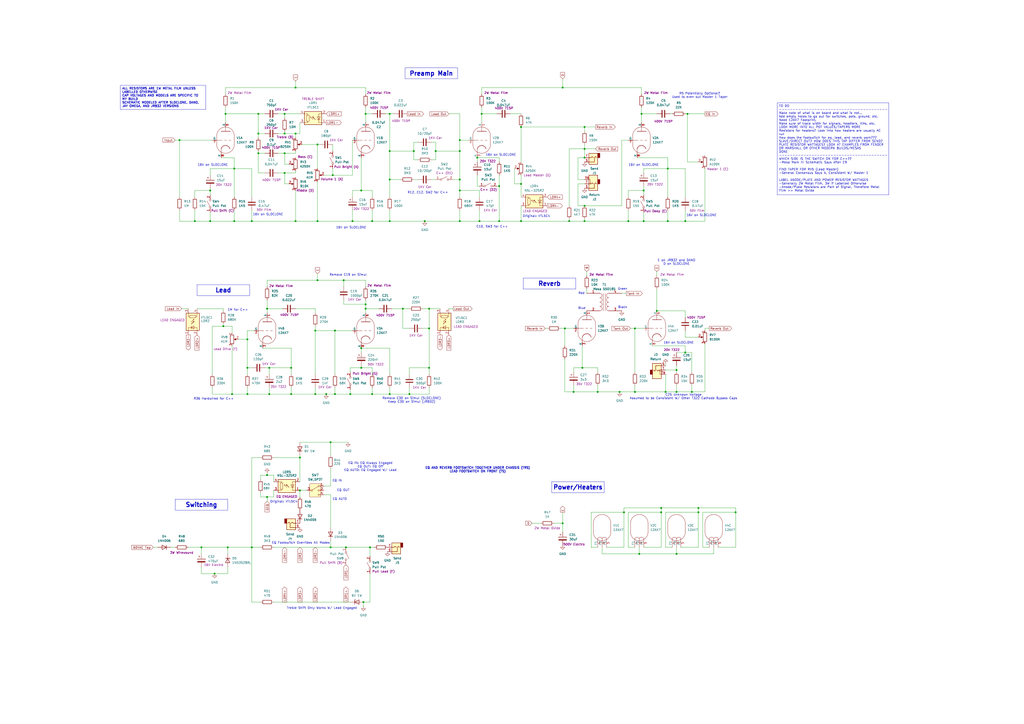
<source format=kicad_sch>
(kicad_sch (version 20250114) (generator "eeschema") (generator_version "9.0")
  (paper "A2")
  (text "Original: VTL5C4\n" (at 311.15 125.476 0) (effects (font (size 1.27 1.27))))
  (text "16V on SLOCLONE" (at 155.448 124.46 0) (effects (font (size 1.27 1.27))))
  (text "EQ AND REVERB FOOTSWITCH TOGETHER UNDER CHASSIS (TRS)\nLEAD FOOTSWITCH ON FRONT (TS)" (at 277.114 272.542 0) (effects (font (size 1.27 1.27) (thickness 0.254) (bold yes))))
  (text "C25 Unknown Voltage\nAssumed to be Consistent W/ Other T322 Cathode Bypass Caps" (at 396.494 230.124 0) (effects (font (size 1.27 1.27))))
  (text "C10, SW3 for C++" (at 285.496 131.572 0) (effects (font (size 1.27 1.27))))
  (text "16V on SLOCLONE" (at 406.908 124.968 0) (effects (font (size 1.27 1.27))))
  (text "16V on SLOCLONE" (at 373.38 95.758 0) (effects (font (size 1.27 1.27))))
  (text "Green" (at 361.188 167.64 0) (effects (font (size 1.27 1.27))))
  (text "EQ AUTO" (at 197.104 289.56 0) (effects (font (size 1.27 1.27))))
  (text "16V on SLOCLONE" (at 393.7 198.882 0) (effects (font (size 1.27 1.27))))
  (text "16V on SLOCLONE" (at 123.444 95.758 0) (effects (font (size 1.27 1.27))))
  (text "Treble Shift Only Works W/ Lead Engaged" (at 186.69 352.806 0) (effects (font (size 1.27 1.27))))
  (text "R36 Hardwired for C++" (at 123.952 231.394 0) (effects (font (size 1.27 1.27))))
  (text "Remove C30 on Simul (SLOCLONE)\nKeep C30 on Simul (JRB32)\n" (at 238.76 232.156 0) (effects (font (size 1.27 1.27))))
  (text "16V on SLOCLONE" (at 290.576 89.916 0) (effects (font (size 1.27 1.27))))
  (text "Red" (at 337.312 170.18 0) (effects (font (size 1.27 1.27))))
  (text "E on JRB32 and DANO\nD on SLOCLONE" (at 392.43 152.146 0) (effects (font (size 1.27 1.27))))
  (text "R5 Potentially Optional?\nUsed to even out Master 1 Taper" (at 405.892 55.372 0) (effects (font (size 1.27 1.27))))
  (text "EQ Footswitch Overrides All Modes" (at 174.498 314.96 0) (effects (font (size 1.27 1.27))))
  (text "Remove C19 on Simul" (at 201.93 159.512 0) (effects (font (size 1.27 1.27))))
  (text "R12, C12, SW2 for C++" (at 248.158 111.76 0) (effects (font (size 1.27 1.27))))
  (text "EQ IN" (at 195.58 278.892 0) (effects (font (size 1.27 1.27))))
  (text "EQ OUT" (at 199.136 284.48 0) (effects (font (size 1.27 1.27))))
  (text "Blue" (at 337.566 178.816 0) (effects (font (size 1.27 1.27))))
  (text "16V on SLOCLONE" (at 203.708 132.08 0) (effects (font (size 1.27 1.27))))
  (text "Original: VTL5C4\n" (at 164.592 291.084 0) (effects (font (size 1.27 1.27))))
  (text "1M for C++" (at 137.922 179.832 0) (effects (font (size 1.27 1.27))))
  (text "EQ IN: EQ Always Engaged\nEQ OUT: EQ Off\nEQ AUTO: EQ Engaged W/ Lead" (at 214.884 270.764 0) (effects (font (size 1.27 1.27))))
  (text "Black" (at 361.188 178.308 0) (effects (font (size 1.27 1.27))))
  (text_box "Lead" (at 114.3 165.1 0) (size 30.48 6.35) (margins 0.9525 0.9525 0.9525 0.9525) (effects (font (size 2.54 2.54) (thickness 0.508) (bold yes))))
  (text_box "ALL RESISTORS ARE 1W METAL FILM UNLESS LABELLED OTHERWISE\nCAP VOLTAGES AND MODELS ARE SPECIFIC TO MY BUILD\nSCHEMATIC MODELED AFTER SLOCLONE, DANO, JAY OMEGA, AND JRB32 VERSIONS" (at 69.85 49.53 0) (size 49.53 13.97) (margins 0.9525 0.9525 0.9525 0.9525) (effects (font (size 1.27 1.27) (thickness 0.254) (bold yes)) (justify left top)))
  (text_box "Reverb" (at 303.53 161.29 0) (size 30.48 6.35) (margins 0.9525 0.9525 0.9525 0.9525) (effects (font (size 2.54 2.54) (thickness 0.508) (bold yes))))
  (text_box "TO DO\n----------------------------------------\nMake note of what is on board and what is not...\nAdd empty holes to go out for switches, pots, ground, etc.\nNeed 12AX7 Footprint.\nMake sure of trace width for signals, headters, VIAs, etc.\nLOOK MORE INTO ALL POT VALUES/TAPERS MORE\nResistors for heaters? Look into how heaters are usually AC run\nHow does the footswitch for eq, lead, and reverb work???\nSLAVE/DIRECT OUT? HOW DOES THIS TAP DIFFER FROM SEND?\nPLATE RESISTOR WATTAGES? LOOK AT EXAMPLES FROM FENDER OR MARSHALL OR OTHER MODERN BUILDS/MESAS\nDONE\n----------------------------------------\nWHICH SIDE IS THE SWITCH ON FOR C++??\n-Mesa Mark III Schematic Says After C9\n\nFIND TAPER FOR RV5 (Lead Master)\n-General Consensus Says A, Consistent W/ Master 1\n\nLABEL ANODE/PLATE AND POWER RESISTOR WATTAGES\n-Generally 2W Metal Film, 3W if Labelled Otherwise\n-Anode/Plate Resistors are Part of Signal, Therefore Metal Film >> Metal Oxide" (at 450.85 59.69 0) (size 64.77 53.34) (margins 0.9525 0.9525 0.9525 0.9525) (effects (font (size 1.27 1.27)) (justify left top)))
  (text_box "Preamp Main\n" (at 234.95 39.37 0) (size 30.48 6.35) (margins 0.9525 0.9525 0.9525 0.9525) (effects (font (size 2.54 2.54) (thickness 0.508) (bold yes))))
  (text_box "Switching" (at 101.6 289.56 0) (size 30.48 6.35) (margins 0.9525 0.9525 0.9525 0.9525) (effects (font (size 2.54 2.54) (thickness 0.508) (bold yes))))
  (text_box "Power/Heaters\n" (at 320.04 279.4 0) (size 30.48 6.35) (margins 0.9525 0.9525 0.9525 0.9525) (effects (font (size 2.54 2.54) (thickness 0.508) (bold yes))))
  (junction (at 405.13 294.64))
  (junction (at 199.39 162.56))
  (junction (at 398.78 66.04))
  (junction (at 346.71 227.33))
  (junction (at 130.81 66.04))
  (junction (at 326.39 50.8))
  (junction (at 121.92 110.49))
  (junction (at 392.43 214.63))
  (junction (at 339.09 119.38))
  (junction (at 233.68 179.07))
  (junction (at 129.54 189.23))
  (junction (at 226.06 104.14))
  (junction (at 387.35 128.27))
  (junction (at 266.7 81.28))
  (junction (at 383.54 297.18))
  (junction (at 194.31 228.6))
  (junction (at 143.51 196.85))
  (junction (at 165.1 66.04))
  (junction (at 226.06 66.04))
  (junction (at 214.63 317.5))
  (junction (at 373.38 128.27))
  (junction (at 330.2 128.27))
  (junction (at 134.62 228.6))
  (junction (at 226.06 128.27))
  (junction (at 146.05 128.27))
  (junction (at 182.88 228.6))
  (junction (at 203.2 228.6))
  (junction (at 171.45 77.47))
  (junction (at 135.89 97.79))
  (junction (at 405.13 297.18))
  (junction (at 173.99 265.43))
  (junction (at 189.23 228.6))
  (junction (at 237.49 228.6))
  (junction (at 171.45 50.8))
  (junction (at 200.66 317.5))
  (junction (at 248.92 179.07))
  (junction (at 210.82 349.25))
  (junction (at 226.06 228.6))
  (junction (at 368.3 190.5))
  (junction (at 392.43 227.33))
  (junction (at 135.89 128.27))
  (junction (at 124.46 332.74))
  (junction (at 143.51 228.6))
  (junction (at 156.21 228.6))
  (junction (at 191.77 317.5))
  (junction (at 156.21 213.36))
  (junction (at 426.72 297.18))
  (junction (at 266.7 110.49))
  (junction (at 289.56 107.95))
  (junction (at 113.03 128.27))
  (junction (at 240.03 87.63))
  (junction (at 248.92 190.5))
  (junction (at 215.9 128.27))
  (junction (at 149.86 77.47))
  (junction (at 154.94 179.07))
  (junction (at 337.82 213.36))
  (junction (at 339.09 73.66))
  (junction (at 168.91 228.6))
  (junction (at 226.06 87.63))
  (junction (at 204.47 128.27))
  (junction (at 252.73 87.63))
  (junction (at 184.15 83.82))
  (junction (at 168.91 213.36))
  (junction (at 171.45 128.27))
  (junction (at 266.7 128.27))
  (junction (at 194.31 191.77))
  (junction (at 209.55 201.93))
  (junction (at 154.94 288.29))
  (junction (at 165.1 77.47))
  (junction (at 165.1 100.33))
  (junction (at 372.11 66.04))
  (junction (at 173.99 284.48))
  (junction (at 184.15 162.56))
  (junction (at 302.26 128.27))
  (junction (at 302.26 106.68))
  (junction (at 266.7 87.63))
  (junction (at 143.51 213.36))
  (junction (at 246.38 128.27))
  (junction (at 370.84 321.31))
  (junction (at 182.88 191.77))
  (junction (at 184.15 128.27))
  (junction (at 364.49 128.27))
  (junction (at 146.05 317.5))
  (junction (at 104.14 81.28))
  (junction (at 327.66 190.5))
  (junction (at 397.51 204.47))
  (junction (at 132.08 317.5))
  (junction (at 121.92 128.27))
  (junction (at 383.54 294.64))
  (junction (at 401.32 227.33))
  (junction (at 302.26 73.66))
  (junction (at 278.13 128.27))
  (junction (at 386.08 227.33))
  (junction (at 387.35 97.79))
  (junction (at 193.04 101.6))
  (junction (at 215.9 228.6))
  (junction (at 339.09 91.44))
  (junction (at 381 180.34))
  (junction (at 339.09 86.36))
  (junction (at 373.38 110.49))
  (junction (at 149.86 66.04))
  (junction (at 212.09 179.07))
  (junction (at 209.55 110.49))
  (junction (at 165.1 88.9))
  (junction (at 279.4 66.04))
  (junction (at 332.74 227.33))
  (junction (at 359.41 227.33))
  (junction (at 154.94 275.59))
  (junction (at 212.09 66.04))
  (junction (at 276.86 91.44))
  (junction (at 397.51 128.27))
  (junction (at 339.09 128.27))
  (junction (at 266.7 104.14))
  (junction (at 392.43 321.31))
  (junction (at 248.92 213.36))
  (junction (at 361.95 297.18))
  (junction (at 149.86 88.9))
  (junction (at 191.77 256.54))
  (junction (at 368.3 227.33))
  (junction (at 289.56 128.27))
  (junction (at 116.84 317.5))
  (junction (at 209.55 213.36))
  (junction (at 212.09 176.53))
  (junction (at 326.39 303.53))
  (wire (pts (xy 426.72 297.18) (xy 426.72 317.5)))
  (wire (pts (xy 252.73 82.55) (xy 252.73 87.63)))
  (wire (pts (xy 121.92 109.22) (xy 121.92 110.49)))
  (wire (pts (xy 193.04 101.6) (xy 204.47 101.6)))
  (wire (pts (xy 397.51 121.92) (xy 397.51 128.27)))
  (wire (pts (xy 226.06 66.04) (xy 226.06 87.63)))
  (wire (pts (xy 237.49 228.6) (xy 226.06 228.6)))
  (wire (pts (xy 351.79 317.5) (xy 361.95 317.5)))
  (wire (pts (xy 163.83 179.07) (xy 154.94 179.07)))
  (wire (pts (xy 298.45 106.68) (xy 302.26 106.68)))
  (wire (pts (xy 359.41 227.33) (xy 346.71 227.33)))
  (wire (pts (xy 405.13 93.98) (xy 398.78 93.98)))
  (wire (pts (xy 386.08 217.17) (xy 386.08 227.33)))
  (wire (pts (xy 212.09 162.56) (xy 212.09 166.37)))
  (wire (pts (xy 308.61 303.53) (xy 313.69 303.53)))
  (wire (pts (xy 156.21 213.36) (xy 168.91 213.36)))
  (wire (pts (xy 242.57 82.55) (xy 240.03 82.55)))
  (wire (pts (xy 165.1 100.33) (xy 165.1 106.68)))
  (wire (pts (xy 191.77 313.69) (xy 191.77 317.5)))
  (wire (pts (xy 165.1 88.9) (xy 171.45 88.9)))
  (wire (pts (xy 199.39 162.56) (xy 212.09 162.56)))
  (wire (pts (xy 189.23 228.6) (xy 182.88 228.6)))
  (wire (pts (xy 289.56 91.44) (xy 276.86 91.44)))
  (wire (pts (xy 158.75 288.29) (xy 154.94 288.29)))
  (wire (pts (xy 397.51 204.47) (xy 401.32 204.47)))
  (wire (pts (xy 369.57 91.44) (xy 387.35 91.44)))
  (wire (pts (xy 182.88 224.79) (xy 182.88 228.6)))
  (wire (pts (xy 321.31 303.53) (xy 326.39 303.53)))
  (wire (pts (xy 240.03 82.55) (xy 240.03 87.63)))
  (wire (pts (xy 266.7 81.28) (xy 266.7 87.63)))
  (wire (pts (xy 123.19 224.79) (xy 123.19 228.6)))
  (wire (pts (xy 416.56 317.5) (xy 426.72 317.5)))
  (wire (pts (xy 165.1 66.04) (xy 165.1 68.58)))
  (wire (pts (xy 226.06 228.6) (xy 215.9 228.6)))
  (wire (pts (xy 154.94 162.56) (xy 184.15 162.56)))
  (wire (pts (xy 252.73 87.63) (xy 252.73 92.71)))
  (wire (pts (xy 165.1 100.33) (xy 171.45 100.33)))
  (wire (pts (xy 212.09 173.99) (xy 212.09 176.53)))
  (wire (pts (xy 171.45 100.33) (xy 171.45 99.06)))
  (wire (pts (xy 426.72 294.64) (xy 426.72 297.18)))
  (wire (pts (xy 215.9 121.92) (xy 215.9 128.27)))
  (wire (pts (xy 226.06 87.63) (xy 226.06 104.14)))
  (wire (pts (xy 386.08 297.18) (xy 405.13 297.18)))
  (wire (pts (xy 184.15 162.56) (xy 199.39 162.56)))
  (wire (pts (xy 182.88 191.77) (xy 194.31 191.77)))
  (wire (pts (xy 370.84 321.31) (xy 370.84 317.5)))
  (wire (pts (xy 171.45 50.8) (xy 212.09 50.8)))
  (wire (pts (xy 233.68 190.5) (xy 237.49 190.5)))
  (wire (pts (xy 130.81 54.61) (xy 130.81 50.8)))
  (wire (pts (xy 129.54 189.23) (xy 129.54 187.96)))
  (wire (pts (xy 143.51 196.85) (xy 143.51 191.77)))
  (wire (pts (xy 302.26 119.38) (xy 302.26 128.27)))
  (wire (pts (xy 332.74 213.36) (xy 337.82 213.36)))
  (wire (pts (xy 171.45 128.27) (xy 184.15 128.27)))
  (wire (pts (xy 154.94 288.29) (xy 151.13 288.29)))
  (wire (pts (xy 209.55 201.93) (xy 209.55 204.47)))
  (wire (pts (xy 134.62 189.23) (xy 134.62 193.04)))
  (wire (pts (xy 346.71 227.33) (xy 346.71 223.52)))
  (wire (pts (xy 171.45 46.99) (xy 171.45 50.8)))
  (wire (pts (xy 289.56 101.6) (xy 289.56 107.95)))
  (wire (pts (xy 386.08 317.5) (xy 386.08 297.18)))
  (wire (pts (xy 302.26 106.68) (xy 302.26 114.3)))
  (wire (pts (xy 151.13 275.59) (xy 151.13 278.13)))
  (wire (pts (xy 368.3 227.33) (xy 359.41 227.33)))
  (wire (pts (xy 339.09 73.66) (xy 302.26 73.66)))
  (wire (pts (xy 407.67 297.18) (xy 426.72 297.18)))
  (wire (pts (xy 146.05 97.79) (xy 146.05 114.3)))
  (wire (pts (xy 266.7 66.04) (xy 266.7 81.28)))
  (wire (pts (xy 327.66 208.28) (xy 327.66 227.33)))
  (wire (pts (xy 191.77 287.02) (xy 191.77 306.07)))
  (wire (pts (xy 104.14 128.27) (xy 113.03 128.27)))
  (wire (pts (xy 143.51 196.85) (xy 143.51 213.36)))
  (wire (pts (xy 327.66 190.5) (xy 327.66 200.66)))
  (wire (pts (xy 129.54 189.23) (xy 134.62 189.23)))
  (wire (pts (xy 360.68 81.28) (xy 360.68 119.38)))
  (wire (pts (xy 248.92 228.6) (xy 237.49 228.6)))
  (wire (pts (xy 143.51 213.36) (xy 146.05 213.36)))
  (wire (pts (xy 158.75 349.25) (xy 203.2 349.25)))
  (wire (pts (xy 386.08 210.82) (xy 386.08 212.09)))
  (wire (pts (xy 405.13 297.18) (xy 405.13 317.5)))
  (wire (pts (xy 154.94 288.29) (xy 154.94 290.83)))
  (wire (pts (xy 248.92 179.07) (xy 248.92 190.5)))
  (wire (pts (xy 302.26 128.27) (xy 289.56 128.27)))
  (wire (pts (xy 332.74 227.33) (xy 346.71 227.33)))
  (wire (pts (xy 368.3 317.5) (xy 364.49 317.5)))
  (wire (pts (xy 408.94 199.39) (xy 408.94 227.33)))
  (wire (pts (xy 143.51 224.79) (xy 143.51 228.6)))
  (wire (pts (xy 132.08 317.5) (xy 146.05 317.5)))
  (wire (pts (xy 182.88 228.6) (xy 168.91 228.6)))
  (wire (pts (xy 151.13 285.75) (xy 151.13 288.29)))
  (wire (pts (xy 237.49 213.36) (xy 248.92 213.36)))
  (wire (pts (xy 158.75 275.59) (xy 158.75 279.4)))
  (wire (pts (xy 165.1 106.68) (xy 167.64 106.68)))
  (wire (pts (xy 135.89 97.79) (xy 146.05 97.79)))
  (wire (pts (xy 138.43 196.85) (xy 143.51 196.85)))
  (wire (pts (xy 146.05 265.43) (xy 146.05 317.5)))
  (wire (pts (xy 223.52 66.04) (xy 226.06 66.04)))
  (wire (pts (xy 349.25 317.5) (xy 349.25 321.31)))
  (wire (pts (xy 146.05 128.27) (xy 146.05 121.92)))
  (wire (pts (xy 149.86 77.47) (xy 153.67 77.47)))
  (wire (pts (xy 237.49 217.17) (xy 237.49 213.36)))
  (wire (pts (xy 154.94 274.32) (xy 154.94 275.59)))
  (wire (pts (xy 161.29 88.9) (xy 165.1 88.9)))
  (wire (pts (xy 397.51 200.66) (xy 397.51 204.47)))
  (wire (pts (xy 339.09 91.44) (xy 335.28 91.44)))
  (wire (pts (xy 387.35 97.79) (xy 397.51 97.79)))
  (wire (pts (xy 173.99 256.54) (xy 191.77 256.54)))
  (wire (pts (xy 212.09 50.8) (xy 212.09 54.61)))
  (wire (pts (xy 339.09 86.36) (xy 330.2 86.36)))
  (wire (pts (xy 187.96 287.02) (xy 191.77 287.02)))
  (wire (pts (xy 248.92 213.36) (xy 248.92 217.17)))
  (wire (pts (xy 248.92 179.07) (xy 255.27 179.07)))
  (wire (pts (xy 149.86 100.33) (xy 153.67 100.33)))
  (wire (pts (xy 173.99 284.48) (xy 173.99 288.29)))
  (wire (pts (xy 203.2 228.6) (xy 203.2 226.06)))
  (wire (pts (xy 154.94 179.07) (xy 154.94 181.61)))
  (wire (pts (xy 279.4 62.23) (xy 279.4 66.04)))
  (wire (pts (xy 149.86 66.04) (xy 149.86 77.47)))
  (wire (pts (xy 364.49 110.49) (xy 373.38 110.49)))
  (wire (pts (xy 372.11 62.23) (xy 372.11 66.04)))
  (wire (pts (xy 233.68 179.07) (xy 237.49 179.07)))
  (wire (pts (xy 182.88 181.61) (xy 182.88 179.07)))
  (wire (pts (xy 363.22 170.18) (xy 360.68 170.18)))
  (wire (pts (xy 383.54 294.64) (xy 405.13 294.64)))
  (wire (pts (xy 266.7 81.28) (xy 271.78 81.28)))
  (wire (pts (xy 214.63 332.74) (xy 214.63 349.25)))
  (wire (pts (xy 228.6 66.04) (xy 226.06 66.04)))
  (wire (pts (xy 245.11 190.5) (xy 248.92 190.5)))
  (wire (pts (xy 182.88 189.23) (xy 182.88 191.77)))
  (wire (pts (xy 364.49 114.3) (xy 364.49 110.49)))
  (wire (pts (xy 339.09 83.82) (xy 339.09 86.36)))
  (wire (pts (xy 130.81 66.04) (xy 130.81 71.12)))
  (wire (pts (xy 387.35 121.92) (xy 387.35 128.27)))
  (wire (pts (xy 381 167.64) (xy 381 180.34)))
  (wire (pts (xy 158.75 317.5) (xy 191.77 317.5)))
  (wire (pts (xy 279.4 54.61) (xy 279.4 50.8)))
  (wire (pts (xy 143.51 228.6) (xy 156.21 228.6)))
  (wire (pts (xy 121.92 97.79) (xy 135.89 97.79)))
  (wire (pts (xy 132.08 332.74) (xy 132.08 328.93)))
  (wire (pts (xy 182.88 191.77) (xy 182.88 217.17)))
  (wire (pts (xy 339.09 106.68) (xy 335.28 106.68)))
  (wire (pts (xy 199.39 173.99) (xy 199.39 176.53)))
  (wire (pts (xy 135.89 97.79) (xy 135.89 114.3)))
  (wire (pts (xy 226.06 128.27) (xy 246.38 128.27)))
  (wire (pts (xy 340.36 157.48) (xy 340.36 160.02)))
  (wire (pts (xy 153.67 213.36) (xy 156.21 213.36)))
  (wire (pts (xy 260.35 179.07) (xy 262.89 179.07)))
  (wire (pts (xy 346.71 213.36) (xy 346.71 215.9)))
  (wire (pts (xy 171.45 77.47) (xy 171.45 80.01)))
  (wire (pts (xy 278.13 128.27) (xy 278.13 121.92)))
  (wire (pts (xy 337.82 200.66) (xy 337.82 213.36)))
  (wire (pts (xy 339.09 119.38) (xy 360.68 119.38)))
  (wire (pts (xy 171.45 110.49) (xy 171.45 128.27)))
  (wire (pts (xy 158.75 265.43) (xy 173.99 265.43)))
  (wire (pts (xy 173.99 77.47) (xy 173.99 71.12)))
  (wire (pts (xy 184.15 105.41) (xy 184.15 128.27)))
  (wire (pts (xy 381 180.34) (xy 397.51 180.34)))
  (wire (pts (xy 146.05 349.25) (xy 151.13 349.25)))
  (wire (pts (xy 184.15 128.27) (xy 204.47 128.27)))
  (wire (pts (xy 214.63 317.5) (xy 214.63 322.58)))
  (wire (pts (xy 175.26 83.82) (xy 184.15 83.82)))
  (wire (pts (xy 165.1 77.47) (xy 161.29 77.47)))
  (wire (pts (xy 121.92 97.79) (xy 121.92 101.6)))
  (wire (pts (xy 173.99 264.16) (xy 173.99 265.43)))
  (wire (pts (xy 364.49 317.5) (xy 364.49 297.18)))
  (wire (pts (xy 209.55 201.93) (xy 226.06 201.93)))
  (wire (pts (xy 383.54 297.18) (xy 383.54 317.5)))
  (wire (pts (xy 386.08 317.5) (xy 389.89 317.5)))
  (wire (pts (xy 194.31 228.6) (xy 189.23 228.6)))
  (wire (pts (xy 116.84 328.93) (xy 116.84 332.74)))
  (wire (pts (xy 302.26 101.6) (xy 302.26 106.68)))
  (wire (pts (xy 193.04 101.6) (xy 193.04 97.79)))
  (wire (pts (xy 168.91 213.36) (xy 168.91 217.17)))
  (wire (pts (xy 332.74 215.9) (xy 332.74 213.36)))
  (wire (pts (xy 414.02 317.5) (xy 414.02 321.31)))
  (wire (pts (xy 187.96 101.6) (xy 193.04 101.6)))
  (wire (pts (xy 370.84 321.31) (xy 392.43 321.31)))
  (wire (pts (xy 123.19 217.17) (xy 123.19 189.23)))
  (wire (pts (xy 105.41 179.07) (xy 109.22 179.07)))
  (wire (pts (xy 361.95 297.18) (xy 361.95 294.64)))
  (wire (pts (xy 394.97 317.5) (xy 405.13 317.5)))
  (wire (pts (xy 212.09 176.53) (xy 212.09 179.07)))
  (wire (pts (xy 332.74 223.52) (xy 332.74 227.33)))
  (wire (pts (xy 226.06 224.79) (xy 226.06 228.6)))
  (wire (pts (xy 373.38 107.95) (xy 373.38 110.49)))
  (wire (pts (xy 168.91 201.93) (xy 168.91 213.36)))
  (wire (pts (xy 408.94 227.33) (xy 401.32 227.33)))
  (wire (pts (xy 361.95 297.18) (xy 342.9 297.18)))
  (wire (pts (xy 210.82 351.79) (xy 210.82 349.25)))
  (wire (pts (xy 116.84 321.31) (xy 116.84 317.5)))
  (wire (pts (xy 387.35 91.44) (xy 387.35 97.79)))
  (wire (pts (xy 246.38 128.27) (xy 266.7 128.27)))
  (wire (pts (xy 279.4 50.8) (xy 326.39 50.8)))
  (wire (pts (xy 204.47 101.6) (xy 204.47 81.28)))
  (wire (pts (xy 266.7 110.49) (xy 278.13 110.49)))
  (wire (pts (xy 116.84 332.74) (xy 124.46 332.74)))
  (wire (pts (xy 373.38 123.19) (xy 373.38 128.27)))
  (wire (pts (xy 397.51 180.34) (xy 397.51 184.15)))
  (wire (pts (xy 349.25 321.31) (xy 370.84 321.31)))
  (wire (pts (xy 279.4 66.04) (xy 279.4 71.12)))
  (wire (pts (xy 194.31 191.77) (xy 194.31 217.17)))
  (wire (pts (xy 252.73 92.71) (xy 250.19 92.71)))
  (wire (pts (xy 364.49 128.27) (xy 339.09 128.27)))
  (wire (pts (xy 398.78 66.04) (xy 398.78 93.98)))
  (wire (pts (xy 204.47 121.92) (xy 204.47 128.27)))
  (wire (pts (xy 397.51 97.79) (xy 397.51 114.3)))
  (wire (pts (xy 151.13 265.43) (xy 146.05 265.43)))
  (wire (pts (xy 266.7 110.49) (xy 266.7 114.3)))
  (wire (pts (xy 335.28 119.38) (xy 339.09 119.38)))
  (wire (pts (xy 215.9 128.27) (xy 226.06 128.27)))
  (wire (pts (xy 278.13 110.49) (xy 278.13 114.3)))
  (wire (pts (xy 146.05 128.27) (xy 171.45 128.27)))
  (wire (pts (xy 252.73 104.14) (xy 250.19 104.14)))
  (wire (pts (xy 203.2 215.9) (xy 203.2 213.36)))
  (wire (pts (xy 109.22 317.5) (xy 116.84 317.5)))
  (wire (pts (xy 245.11 179.07) (xy 248.92 179.07)))
  (wire (pts (xy 266.7 128.27) (xy 278.13 128.27)))
  (wire (pts (xy 204.47 114.3) (xy 204.47 110.49)))
  (wire (pts (xy 212.09 179.07) (xy 212.09 181.61)))
  (wire (pts (xy 184.15 83.82) (xy 184.15 97.79)))
  (wire (pts (xy 327.66 227.33) (xy 332.74 227.33)))
  (wire (pts (xy 387.35 128.27) (xy 397.51 128.27)))
  (wire (pts (xy 156.21 213.36) (xy 156.21 217.17)))
  (wire (pts (xy 226.06 87.63) (xy 240.03 87.63)))
  (wire (pts (xy 135.89 128.27) (xy 146.05 128.27)))
  (wire (pts (xy 165.1 95.25) (xy 167.64 95.25)))
  (wire (pts (xy 342.9 297.18) (xy 342.9 317.5)))
  (wire (pts (xy 130.81 66.04) (xy 149.86 66.04)))
  (wire (pts (xy 121.92 110.49) (xy 113.03 110.49)))
  (wire (pts (xy 373.38 110.49) (xy 373.38 113.03)))
  (wire (pts (xy 325.12 190.5) (xy 327.66 190.5)))
  (wire (pts (xy 212.09 62.23) (xy 212.09 66.04)))
  (wire (pts (xy 158.75 284.48) (xy 158.75 288.29)))
  (wire (pts (xy 298.45 97.79) (xy 298.45 106.68)))
  (wire (pts (xy 91.44 317.5) (xy 88.9 317.5)))
  (wire (pts (xy 326.39 45.72) (xy 326.39 50.8)))
  (wire (pts (xy 209.55 213.36) (xy 215.9 213.36)))
  (wire (pts (xy 339.09 127) (xy 339.09 128.27)))
  (wire (pts (xy 289.56 107.95) (xy 289.56 128.27)))
  (wire (pts (xy 383.54 317.5) (xy 373.38 317.5)))
  (wire (pts (xy 154.94 162.56) (xy 154.94 166.37)))
  (wire (pts (xy 130.81 62.23) (xy 130.81 66.04)))
  (wire (pts (xy 128.27 91.44) (xy 135.89 91.44)))
  (wire (pts (xy 143.51 213.36) (xy 143.51 217.17)))
  (wire (pts (xy 326.39 50.8) (xy 372.11 50.8)))
  (wire (pts (xy 372.11 50.8) (xy 372.11 54.61)))
  (wire (pts (xy 397.51 191.77) (xy 397.51 195.58)))
  (wire (pts (xy 194.31 224.79) (xy 194.31 228.6)))
  (wire (pts (xy 226.06 201.93) (xy 226.06 217.17)))
  (wire (pts (xy 242.57 104.14) (xy 240.03 104.14)))
  (wire (pts (xy 361.95 317.5) (xy 361.95 297.18)))
  (wire (pts (xy 383.54 294.64) (xy 383.54 297.18)))
  (wire (pts (xy 330.2 86.36) (xy 330.2 119.38)))
  (wire (pts (xy 149.86 87.63) (xy 149.86 88.9)))
  (wire (pts (xy 177.8 284.48) (xy 173.99 284.48)))
  (wire (pts (xy 364.49 297.18) (xy 383.54 297.18)))
  (wire (pts (xy 153.67 66.04) (xy 149.86 66.04)))
  (wire (pts (xy 185.42 83.82) (xy 184.15 83.82)))
  (wire (pts (xy 266.7 121.92) (xy 266.7 128.27)))
  (wire (pts (xy 398.78 66.04) (xy 408.94 66.04)))
  (wire (pts (xy 149.86 77.47) (xy 149.86 80.01)))
  (wire (pts (xy 146.05 317.5) (xy 151.13 317.5)))
  (wire (pts (xy 165.1 77.47) (xy 171.45 77.47)))
  (wire (pts (xy 408.94 191.77) (xy 408.94 190.5)))
  (wire (pts (xy 226.06 104.14) (xy 226.06 114.3)))
  (wire (pts (xy 405.13 294.64) (xy 405.13 297.18)))
  (wire (pts (xy 361.95 294.64) (xy 383.54 294.64)))
  (wire (pts (xy 335.28 106.68) (xy 335.28 119.38)))
  (wire (pts (xy 113.03 121.92) (xy 113.03 128.27)))
  (wire (pts (xy 215.9 213.36) (xy 215.9 217.17)))
  (wire (pts (xy 392.43 214.63) (xy 392.43 215.9)))
  (wire (pts (xy 237.49 224.79) (xy 237.49 228.6)))
  (wire (pts (xy 289.56 93.98) (xy 289.56 91.44)))
  (wire (pts (xy 405.13 294.64) (xy 426.72 294.64)))
  (wire (pts (xy 194.31 228.6) (xy 203.2 228.6)))
  (wire (pts (xy 104.14 81.28) (xy 104.14 114.3)))
  (wire (pts (xy 156.21 228.6) (xy 168.91 228.6)))
  (wire (pts (xy 266.7 104.14) (xy 266.7 110.49)))
  (wire (pts (xy 226.06 104.14) (xy 232.41 104.14)))
  (wire (pts (xy 364.49 121.92) (xy 364.49 128.27)))
  (wire (pts (xy 161.29 66.04) (xy 165.1 66.04)))
  (wire (pts (xy 113.03 128.27) (xy 121.92 128.27)))
  (wire (pts (xy 276.86 107.95) (xy 278.13 107.95)))
  (wire (pts (xy 326.39 297.18) (xy 326.39 303.53)))
  (wire (pts (xy 116.84 317.5) (xy 132.08 317.5)))
  (wire (pts (xy 398.78 66.04) (xy 397.51 66.04)))
  (wire (pts (xy 123.19 189.23) (xy 129.54 189.23)))
  (wire (pts (xy 123.19 228.6) (xy 134.62 228.6)))
  (wire (pts (xy 288.29 107.95) (xy 289.56 107.95)))
  (wire (pts (xy 199.39 162.56) (xy 199.39 166.37)))
  (wire (pts (xy 191.77 281.94) (xy 187.96 281.94)))
  (wire (pts (xy 387.35 97.79) (xy 387.35 114.3)))
  (wire (pts (xy 248.92 224.79) (xy 248.92 228.6)))
  (wire (pts (xy 135.89 121.92) (xy 135.89 128.27)))
  (wire (pts (xy 209.55 110.49) (xy 215.9 110.49)))
  (wire (pts (xy 171.45 77.47) (xy 173.99 77.47)))
  (wire (pts (xy 217.17 317.5) (xy 214.63 317.5)))
  (wire (pts (xy 368.3 190.5) (xy 368.3 215.9)))
  (wire (pts (xy 373.38 128.27) (xy 387.35 128.27)))
  (wire (pts (xy 330.2 127) (xy 330.2 128.27)))
  (wire (pts (xy 165.1 66.04) (xy 173.99 66.04)))
  (wire (pts (xy 184.15 158.75) (xy 184.15 162.56)))
  (wire (pts (xy 386.08 214.63) (xy 392.43 214.63)))
  (wire (pts (xy 215.9 228.6) (xy 215.9 224.79)))
  (wire (pts (xy 279.4 66.04) (xy 288.29 66.04)))
  (wire (pts (xy 266.7 87.63) (xy 252.73 87.63)))
  (wire (pts (xy 227.33 179.07) (xy 233.68 179.07)))
  (wire (pts (xy 158.75 275.59) (xy 154.94 275.59)))
  (wire (pts (xy 168.91 228.6) (xy 168.91 224.79)))
  (wire (pts (xy 104.14 121.92) (xy 104.14 128.27)))
  (wire (pts (xy 392.43 204.47) (xy 397.51 204.47)))
  (wire (pts (xy 212.09 66.04) (xy 215.9 66.04)))
  (wire (pts (xy 262.89 104.14) (xy 266.7 104.14)))
  (wire (pts (xy 381 157.48) (xy 381 160.02)))
  (wire (pts (xy 392.43 223.52) (xy 392.43 227.33)))
  (wire (pts (xy 278.13 128.27) (xy 289.56 128.27)))
  (wire (pts (xy 121.92 110.49) (xy 121.92 113.03)))
  (wire (pts (xy 215.9 110.49) (xy 215.9 114.3)))
  (wire (pts (xy 337.82 213.36) (xy 346.71 213.36)))
  (wire (pts (xy 182.88 179.07) (xy 171.45 179.07)))
  (wire (pts (xy 397.51 195.58) (xy 405.13 195.58)))
  (wire (pts (xy 161.29 100.33) (xy 165.1 100.33)))
  (wire (pts (xy 386.08 227.33) (xy 392.43 227.33)))
  (wire (pts (xy 368.3 190.5) (xy 365.76 190.5)))
  (wire (pts (xy 203.2 213.36) (xy 209.55 213.36)))
  (wire (pts (xy 248.92 190.5) (xy 248.92 213.36)))
  (wire (pts (xy 339.09 73.66) (xy 345.44 73.66)))
  (wire (pts (xy 194.31 191.77) (xy 204.47 191.77)))
  (wire (pts (xy 302.26 128.27) (xy 330.2 128.27)))
  (wire (pts (xy 392.43 317.5) (xy 392.43 321.31)))
  (wire (pts (xy 173.99 265.43) (xy 173.99 279.4)))
  (wire (pts (xy 212.09 66.04) (xy 212.09 71.12)))
  (wire (pts (xy 317.5 190.5) (xy 316.23 190.5)))
  (wire (pts (xy 121.92 128.27) (xy 135.89 128.27)))
  (wire (pts (xy 240.03 92.71) (xy 242.57 92.71)))
  (wire (pts (xy 149.86 88.9) (xy 149.86 100.33)))
  (wire (pts (xy 204.47 128.27) (xy 215.9 128.27)))
  (wire (pts (xy 209.55 91.44) (xy 209.55 110.49)))
  (wire (pts (xy 372.11 66.04) (xy 381 66.04)))
  (wire (pts (xy 165.1 76.2) (xy 165.1 77.47)))
  (wire (pts (xy 397.51 128.27) (xy 408.94 128.27)))
  (wire (pts (xy 368.3 223.52) (xy 368.3 227.33)))
  (wire (pts (xy 276.86 91.44) (xy 276.86 93.98)))
  (wire (pts (xy 233.68 190.5) (xy 233.68 179.07)))
  (wire (pts (xy 130.81 50.8) (xy 171.45 50.8)))
  (wire (pts (xy 276.86 101.6) (xy 276.86 107.95)))
  (wire (pts (xy 335.28 104.14) (xy 339.09 104.14)))
  (wire (pts (xy 154.94 275.59) (xy 151.13 275.59)))
  (wire (pts (xy 373.38 100.33) (xy 373.38 97.79)))
  (wire (pts (xy 342.9 317.5) (xy 346.71 317.5)))
  (wire (pts (xy 129.54 179.07) (xy 129.54 180.34)))
  (wire (pts (xy 373.38 190.5) (xy 368.3 190.5)))
  (wire (pts (xy 135.89 91.44) (xy 135.89 97.79)))
  (wire (pts (xy 113.03 110.49) (xy 113.03 114.3)))
  (wire (pts (xy 121.92 123.19) (xy 121.92 128.27)))
  (wire (pts (xy 373.38 128.27) (xy 364.49 128.27)))
  (wire (pts (xy 199.39 176.53) (xy 212.09 176.53)))
  (wire (pts (xy 214.63 349.25) (xy 210.82 349.25)))
  (wire (pts (xy 149.86 88.9) (xy 153.67 88.9)))
  (wire (pts (xy 302.26 73.66) (xy 302.26 93.98)))
  (wire (pts (xy 193.04 83.82) (xy 193.04 87.63)))
  (wire (pts (xy 408.94 97.79) (xy 408.94 128.27)))
  (wire (pts (xy 156.21 224.79) (xy 156.21 228.6)))
  (wire (pts (xy 250.19 82.55) (xy 252.73 82.55)))
  (wire (pts (xy 373.38 97.79) (xy 387.35 97.79)))
  (wire (pts (xy 124.46 332.74) (xy 132.08 332.74)))
  (wire (pts (xy 203.2 228.6) (xy 215.9 228.6)))
  (wire (pts (xy 200.66 317.5) (xy 214.63 317.5)))
  (wire (pts (xy 339.09 76.2) (xy 339.09 73.66)))
  (wire (pts (xy 401.32 204.47) (xy 401.32 215.9)))
  (wire (pts (xy 408.94 190.5) (xy 411.48 190.5)))
  (wire (pts (xy 134.62 228.6) (xy 143.51 228.6)))
  (wire (pts (xy 407.67 317.5) (xy 411.48 317.5)))
  (wire (pts (xy 401.32 227.33) (xy 392.43 227.33)))
  (wire (pts (xy 240.03 87.63) (xy 240.03 92.71)))
  (wire (pts (xy 330.2 128.27) (xy 339.09 128.27)))
  (wire (pts (xy 226.06 121.92) (xy 226.06 128.27)))
  (wire (pts (xy 360.68 81.28) (xy 364.49 81.28)))
  (wire (pts (xy 295.91 66.04) (xy 302.26 66.04)))
  (wire (pts (xy 191.77 317.5) (xy 200.66 317.5)))
  (wire (pts (xy 392.43 212.09) (xy 392.43 214.63)))
  (wire (pts (xy 339.09 86.36) (xy 345.44 86.36)))
  (wire (pts (xy 132.08 321.31) (xy 132.08 317.5)))
  (wire (pts (xy 104.14 81.28) (xy 123.19 81.28)))
  (wire (pts (xy 389.89 66.04) (xy 388.62 66.04)))
  (wire (pts (xy 368.3 227.33) (xy 386.08 227.33)))
  (wire (pts (xy 392.43 321.31) (xy 414.02 321.31)))
  (wire (pts (xy 326.39 303.53) (xy 326.39 308.61)))
  (wire (pts (xy 201.93 256.54) (xy 191.77 256.54)))
  (wire (pts (xy 335.28 91.44) (xy 335.28 104.14)))
  (wire (pts (xy 165.1 88.9) (xy 165.1 95.25)))
  (wire (pts (xy 191.77 264.16) (xy 191.77 256.54)))
  (wire (pts (xy 209.55 213.36) (xy 209.55 212.09)))
  (wire (pts (xy 204.47 110.49) (xy 209.55 110.49)))
  (wire (pts (xy 401.32 223.52) (xy 401.32 227.33)))
  (wire (pts (xy 154.94 173.99) (xy 154.94 179.07)))
  (wire (pts (xy 101.6 317.5) (xy 99.06 317.5)))
  (wire (pts (xy 340.36 167.64) (xy 340.36 170.18)))
  (wire (pts (xy 372.11 66.04) (xy 372.11 71.12)))
  (wire (pts (xy 327.66 190.5) (xy 332.74 190.5)))
  (wire (pts (xy 339.09 86.36) (xy 339.09 91.44)))
  (wire (pts (xy 146.05 317.5) (xy 146.05 349.25)))
  (wire (pts (xy 101.6 81.28) (xy 104.14 81.28)))
  (wire (pts (xy 152.4 201.93) (xy 168.91 201.93)))
  (wire (pts (xy 260.35 66.04) (xy 266.7 66.04)))
  (wire (pts (xy 191.77 271.78) (xy 191.77 281.94)))
  (wire (pts (xy 212.09 179.07) (xy 219.71 179.07)))
  (wire (pts (xy 171.45 88.9) (xy 171.45 87.63)))
  (wire (pts (xy 378.46 200.66) (xy 397.51 200.66)))
  (wire (pts (xy 266.7 87.63) (xy 266.7 104.14)))
  (wire (pts (xy 134.62 200.66) (xy 134.62 228.6)))
  (wire (pts (xy 114.3 179.07) (xy 129.54 179.07)))
  (wire (pts (xy 143.51 191.77) (xy 147.32 191.77)))
  (wire (pts (xy 407.67 317.5) (xy 407.67 297.18)))
  (global_label "B" (shape input) (at 340.36 157.48 90) (property "Intersheetrefs" "${INTERSHEET_REFS}" (effects (hide yes))))
  (global_label "Tank In" (shape output) (at 363.22 170.18 0) (property "Intersheetrefs" "${INTERSHEET_REFS}" (effects (hide yes))))
  (global_label "E" (shape input) (at 184.15 158.75 90) (property "Intersheetrefs" "${INTERSHEET_REFS}" (effects (hide yes))))
  (global_label "LDR1-" (shape input) (at 200.66 327.66 270) (property "Intersheetrefs" "${INTERSHEET_REFS}" (effects (hide yes))))
  (global_label "LDR2+" (shape input) (at 114.3 194.31 270) (property "Intersheetrefs" "${INTERSHEET_REFS}" (effects (hide yes))))
  (global_label "Lead In" (shape input) (at 105.41 179.07 180) (property "Intersheetrefs" "${INTERSHEET_REFS}" (effects (hide yes))))
  (global_label "Reverb Out" (shape output) (at 411.48 190.5 0) (property "Intersheetrefs" "${INTERSHEET_REFS}" (effects (hide yes))))
  (global_label "LDR1+" (shape output) (at 200.66 349.25 90) (property "Intersheetrefs" "${INTERSHEET_REFS}" (effects (hide yes))))
  (global_label "60VAC Tap" (shape input) (at 88.9 317.5 180) (property "Intersheetrefs" "${INTERSHEET_REFS}" (effects (hide yes))))
  (global_label "Reverb In" (shape input) (at 316.23 190.5 180) (property "Intersheetrefs" "${INTERSHEET_REFS}" (effects (hide yes))))
  (global_label "LDR2-" (shape input) (at 182.88 317.5 270) (property "Intersheetrefs" "${INTERSHEET_REFS}" (effects (hide yes))))
  (global_label "LDR4+" (shape output) (at 165.1 349.25 90) (property "Intersheetrefs" "${INTERSHEET_REFS}" (effects (hide yes))))
  (global_label "LDR1+" (shape input) (at 189.23 66.04 0) (property "Intersheetrefs" "${INTERSHEET_REFS}" (effects (hide yes))))
  (global_label "D" (shape input) (at 326.39 45.72 90) (property "Intersheetrefs" "${INTERSHEET_REFS}" (effects (hide yes))))
  (global_label "LDR3-" (shape input) (at 173.99 317.5 270) (property "Intersheetrefs" "${INTERSHEET_REFS}" (effects (hide yes))))
  (global_label "E" (shape input) (at 381 157.48 90) (property "Intersheetrefs" "${INTERSHEET_REFS}" (effects (hide yes))))
  (global_label "LDR3+" (shape input) (at 260.35 194.31 270) (property "Intersheetrefs" "${INTERSHEET_REFS}" (effects (hide yes))))
  (global_label "LDR3-" (shape output) (at 255.27 194.31 270) (property "Intersheetrefs" "${INTERSHEET_REFS}" (effects (hide yes))))
  (global_label "GEQ" (shape input) (at 154.94 290.83 270) (property "Intersheetrefs" "${INTERSHEET_REFS}" (effects (hide yes))))
  (global_label "Lead Out" (shape output) (at 262.89 179.07 0) (property "Intersheetrefs" "${INTERSHEET_REFS}" (effects (hide yes))))
  (global_label "LDR1-" (shape output) (at 189.23 71.12 0) (property "Intersheetrefs" "${INTERSHEET_REFS}" (effects (hide yes))))
  (global_label "E" (shape output) (at 326.39 297.18 90) (property "Intersheetrefs" "${INTERSHEET_REFS}" (effects (hide yes))))
  (global_label "LDR3+" (shape output) (at 173.99 349.25 90) (property "Intersheetrefs" "${INTERSHEET_REFS}" (effects (hide yes))))
  (global_label "Reverb Out" (shape input) (at 345.44 86.36 0) (property "Intersheetrefs" "${INTERSHEET_REFS}" (effects (hide yes))))
  (global_label "Input" (shape input) (at 101.6 81.28 180) (property "Intersheetrefs" "${INTERSHEET_REFS}" (effects (hide yes))))
  (global_label "E" (shape input) (at 171.45 46.99 90) (property "Intersheetrefs" "${INTERSHEET_REFS}" (effects (hide yes))))
  (global_label "LDR4-" (shape output) (at 317.5 119.38 0) (property "Intersheetrefs" "${INTERSHEET_REFS}" (effects (hide yes))))
  (global_label "Tank Out" (shape input) (at 365.76 190.5 180) (property "Intersheetrefs" "${INTERSHEET_REFS}" (effects (hide yes))))
  (global_label "LDR2+" (shape output) (at 182.88 349.25 90) (property "Intersheetrefs" "${INTERSHEET_REFS}" (effects (hide yes))))
  (global_label "Reverb In" (shape output) (at 345.44 73.66 0) (property "Intersheetrefs" "${INTERSHEET_REFS}" (effects (hide yes))))
  (global_label "EQ In" (shape output) (at 408.94 66.04 0) (property "Intersheetrefs" "${INTERSHEET_REFS}" (effects (hide yes))))
  (global_label "Lead Out" (shape input) (at 260.35 66.04 180) (property "Intersheetrefs" "${INTERSHEET_REFS}" (effects (hide yes))))
  (global_label "D" (shape input) (at 308.61 303.53 180) (property "Intersheetrefs" "${INTERSHEET_REFS}" (effects (hide yes))))
  (global_label "LDR4-" (shape input) (at 165.1 317.5 270) (property "Intersheetrefs" "${INTERSHEET_REFS}" (effects (hide yes))))
  (global_label "LDR2-" (shape output) (at 109.22 194.31 270) (property "Intersheetrefs" "${INTERSHEET_REFS}" (effects (hide yes))))
  (global_label "LDR4+" (shape input) (at 317.5 114.3 0) (property "Intersheetrefs" "${INTERSHEET_REFS}" (effects (hide yes))))
  (global_label "Lead In" (shape output) (at 236.22 66.04 0) (property "Intersheetrefs" "${INTERSHEET_REFS}" (effects (hide yes))))
  (symbol (lib_id "Connector_Audio:AudioJack2") (at 229.87 317.5 180) (unit 1)
    (property "Reference" "J5" (at 230.505 326.39 0))
    (property "Value" "Send" (at 230.505 323.85 0))
    (property "Description" "Audio Jack, 2 Poles (Mono / TS)" (effects (hide yes)))
  )
  (symbol (lib_id "Device:R") (at 248.92 220.98 0) (unit 1)
    (property "Reference" "R42" (at 251.46 219.7099 0) (effects (justify left)))
    (property "Value" "100K" (at 251.46 222.2499 0) (effects (justify left)))
    (property "Description" "Resistor" (effects (hide yes)))
  )
  (symbol (lib_id "Device:C_Polarized") (at 392.43 208.28 0) (unit 1)
    (property "Reference" "C25" (at 396.24 206.1209 0) (effects (justify left)))
    (property "Value" "15uF" (at 396.24 208.6609 0) (effects (justify left)))
    (property "Description" "Polarized capacitor" (effects (hide yes)))
    (property "Notes" "20V T322" (at 389.636 202.946 0))
  )
  (symbol (lib_id "Valve:ECC83") (at 370.84 306.07 0) (unit 3)
    (property "Reference" "V2" (at 377.19 304.7999 0) (effects (justify left)))
    (property "Value" "12AX7" (at 377.19 307.3399 0) (effects (justify left)))
    (property "Footprint" "Valve:Valve_Noval_P" (effects (hide yes)))
    (property "Datasheet" "http://www.r-type.org/pdfs/ecc83.pdf" (effects (hide yes)))
    (property "Description" "double triode" (effects (hide yes)))
  )
  (symbol (lib_id "Device:R") (at 236.22 104.14 90) (unit 1)
    (property "Reference" "R12" (at 236.22 97.79 90))
    (property "Value" "3M3" (at 236.22 100.33 90))
    (property "Description" "Resistor" (effects (hide yes)))
  )
  (symbol (lib_id "Isolator:VTL5C") (at 257.81 186.69 90) (unit 1)
    (property "Reference" "LDR3" (at 266.7 186.69 90))
    (property "Value" "VTL5C1" (at 267.716 184.404 90))
    (property "Footprint" "OptoDevice:PerkinElmer_VTL5C" (effects (hide yes)))
    (property "Datasheet" "http://www.qsl.net/wa1ion/vactrol/vactrol.pdf" (effects (hide yes)))
    (property "Description" "Low Cost Axial Vactrols" (effects (hide yes)))
    (property "Notes" "LEAD ENGAGED" (at 270.256 189.484 90))
  )
  (symbol (lib_id "power:GND") (at 326.39 316.23 0) (unit 1)
    (property "Reference" "#PWR011" (effects (hide yes)))
    (property "Value" "GND" (at 326.39 321.31 0))
    (property "Description" "Power symbol creates a global label with name \"GND\" , ground" (effects (hide yes)))
  )
  (symbol (lib_id "Valve:ECC83") (at 212.09 191.77 0) (unit 1)
    (property "Reference" "V3" (at 218.44 190.4999 0) (effects (justify left)))
    (property "Value" "12AX7" (at 218.44 193.0399 0) (effects (justify left)))
    (property "Footprint" "Valve:Valve_Noval_P" (effects (hide yes)))
    (property "Datasheet" "http://www.r-type.org/pdfs/ecc83.pdf" (effects (hide yes)))
    (property "Description" "double triode" (effects (hide yes)))
  )
  (symbol (lib_id "Device:R") (at 194.31 220.98 0) (unit 1)
    (property "Reference" "R39" (at 196.85 219.7099 0) (effects (justify left)))
    (property "Value" "68K" (at 196.85 222.2499 0) (effects (justify left)))
    (property "Description" "Resistor" (effects (hide yes)))
  )
  (symbol (lib_id "Device:R") (at 212.09 170.18 0) (unit 1)
    (property "Reference" "R26" (at 214.63 168.9099 0) (effects (justify left)))
    (property "Value" "270K" (at 214.63 171.4499 0) (effects (justify left)))
    (property "Description" "Resistor" (effects (hide yes)))
    (property "Notes" "2W Metal Film" (at 219.964 165.608 0))
  )
  (symbol (lib_id "Device:D_Zener") (at 132.08 325.12 270) (unit 1)
    (property "Reference" "D5" (at 134.62 323.8499 90) (effects (justify left)))
    (property "Value" "1N5352BRL" (at 134.62 326.3899 90) (effects (justify left)))
    (property "Description" "Zener diode" (effects (hide yes)))
  )
  (symbol (lib_id "Device:R") (at 215.9 220.98 0) (unit 1)
    (property "Reference" "R40" (at 218.44 219.7099 0) (effects (justify left)))
    (property "Value" "15K" (at 218.44 222.2499 0) (effects (justify left)))
    (property "Description" "Resistor" (effects (hide yes)))
  )
  (symbol (lib_id "Device:C_Polarized") (at 116.84 325.12 0) (unit 1)
    (property "Reference" "C32" (at 120.65 322.9609 0) (effects (justify left)))
    (property "Value" "470uF" (at 120.65 325.5009 0) (effects (justify left)))
    (property "Description" "Polarized capacitor" (effects (hide yes)))
    (property "Notes" "16V Electro" (at 123.952 327.66 0))
  )
  (symbol (lib_id "Device:R_Potentiometer") (at 171.45 95.25 0) (mirror y) (unit 1)
    (property "Reference" "RV3" (at 173.99 93.9799 0) (effects (justify right)))
    (property "Value" "A250K" (at 173.99 96.5199 0) (effects (justify right)))
    (property "Description" "Potentiometer" (effects (hide yes)))
    (property "Notes" "Bass (C)" (at 177.038 90.932 0))
  )
  (symbol (lib_id "Device:R") (at 151.13 281.94 180) (unit 1)
    (property "Reference" "R45" (at 154.686 280.924 0))
    (property "Value" "68K" (at 154.686 283.21 0))
    (property "Description" "Resistor" (effects (hide yes)))
  )
  (symbol (lib_id "power:GND") (at 210.82 351.79 0) (unit 1)
    (property "Reference" "#PWR014" (effects (hide yes)))
    (property "Value" "GND" (at 210.82 356.87 0))
    (property "Description" "Power symbol creates a global label with name \"GND\" , ground" (effects (hide yes)))
  )
  (symbol (lib_id "Device:R") (at 381 163.83 0) (unit 1)
    (property "Reference" "R24" (at 383.54 162.5599 0) (effects (justify left)))
    (property "Value" "100K" (at 383.54 165.0999 0) (effects (justify left)))
    (property "Description" "Resistor" (effects (hide yes)))
    (property "Notes" "2W Metal Film" (at 389.89 159.258 0))
  )
  (symbol (lib_id "Device:C") (at 384.81 66.04 90) (unit 1)
    (property "Reference" "C5" (at 384.81 58.42 90))
    (property "Value" "0.047uF" (at 384.81 60.96 90))
    (property "Description" "Unpolarized capacitor" (effects (hide yes)))
    (property "Notes" "400V 715P" (at 384.81 70.358 90))
  )
  (symbol (lib_id "Device:C") (at 157.48 77.47 90) (unit 1)
    (property "Reference" "C6" (at 157.48 69.85 90))
    (property "Value" "250pF" (at 157.48 72.39 90))
    (property "Description" "Unpolarized capacitor" (effects (hide yes)))
    (property "Notes" "1KV Cer" (at 157.226 74.168 90))
  )
  (symbol (lib_id "Device:R") (at 143.51 220.98 0) (unit 1)
    (property "Reference" "R37" (at 146.05 219.7099 0) (effects (justify left)))
    (property "Value" "470K" (at 146.05 222.2499 0) (effects (justify left)))
    (property "Description" "Resistor" (effects (hide yes)))
  )
  (symbol (lib_id "Device:R") (at 173.99 292.1 0) (unit 1)
    (property "Reference" "R46" (at 178.562 291.084 0))
    (property "Value" "470" (at 178.562 293.624 0))
    (property "Description" "Resistor" (effects (hide yes)))
  )
  (symbol (lib_id "Device:R_Potentiometer") (at 302.26 97.79 0) (mirror y) (unit 1)
    (property "Reference" "RV4" (at 304.8 96.5199 0) (effects (justify right)))
    (property "Value" "A250K" (at 304.8 99.0599 0) (effects (justify right)))
    (property "Description" "Potentiometer" (effects (hide yes)))
    (property "Notes" "Lead Master (G)" (at 311.658 101.6 0))
  )
  (symbol (lib_id "power:GND") (at 386.08 210.82 180) (unit 1)
    (property "Reference" "#PWR05" (effects (hide yes)))
    (property "Value" "GND" (at 386.08 205.74 0))
    (property "Description" "Power symbol creates a global label with name \"GND\" , ground" (effects (hide yes)))
  )
  (symbol (lib_id "Device:C") (at 397.51 187.96 0) (unit 1)
    (property "Reference" "C22" (at 401.32 186.6899 0) (effects (justify left)))
    (property "Value" "0.01uF" (at 401.32 189.2299 0) (effects (justify left)))
    (property "Description" "Unpolarized capacitor" (effects (hide yes)))
    (property "Notes" "400V 715P" (at 403.86 184.15 0))
  )
  (symbol (lib_id "Device:R") (at 123.19 220.98 0) (unit 1)
    (property "Reference" "R36" (at 125.73 219.7099 0) (effects (justify left)))
    (property "Value" "330K" (at 125.73 222.2499 0) (effects (justify left)))
    (property "Description" "Resistor" (effects (hide yes)))
  )
  (symbol (lib_id "Diode:1N4006") (at 173.99 299.72 270) (mirror x) (unit 1)
    (property "Reference" "D2" (at 179.832 299.212 90))
    (property "Value" "1N4006" (at 179.832 301.498 90))
    (property "Footprint" "Diode_THT:D_DO-41_SOD81_P10.16mm_Horizontal" (effects (hide yes)))
    (property "Datasheet" "http://www.vishay.com/docs/88503/1n4001.pdf" (effects (hide yes)))
    (property "Description" "800V 1A General Purpose Rectifier Diode, DO-41" (effects (hide yes)))
    (property "Sim.Device" "D" (effects (hide yes)))
    (property "Sim.Pins" "1=K 2=A" (effects (hide yes)))
  )
  (symbol (lib_id "Device:R") (at 330.2 123.19 0) (unit 1)
    (property "Reference" "R21" (at 332.74 121.9199 0) (effects (justify left)))
    (property "Value" "4K7" (at 332.74 124.4599 0) (effects (justify left)))
    (property "Description" "Resistor" (effects (hide yes)))
  )
  (symbol (lib_id "Valve:ECC83") (at 372.11 81.28 0) (unit 1)
    (property "Reference" "V2" (at 378.46 80.0099 0) (effects (justify left)))
    (property "Value" "12AX7" (at 378.46 82.5499 0) (effects (justify left)))
    (property "Footprint" "Valve:Valve_Noval_P" (effects (hide yes)))
    (property "Datasheet" "http://www.r-type.org/pdfs/ecc83.pdf" (effects (hide yes)))
    (property "Description" "double triode" (effects (hide yes)))
  )
  (symbol (lib_id "Isolator:VTL5C") (at 181.61 68.58 180) (unit 1)
    (property "Reference" "LDR1" (at 181.61 59.69 0))
    (property "Value" "VTL5C1" (at 181.61 62.23 0))
    (property "Footprint" "OptoDevice:PerkinElmer_VTL5C" (effects (hide yes)))
    (property "Datasheet" "http://www.qsl.net/wa1ion/vactrol/vactrol.pdf" (effects (hide yes)))
    (property "Description" "Low Cost Axial Vactrols" (effects (hide yes)))
    (property "Notes" "TREBLE SHIFT" (at 181.61 57.404 0))
  )
  (symbol (lib_id "Device:C") (at 246.38 104.14 90) (unit 1)
    (property "Reference" "C12" (at 246.38 96.52 90))
    (property "Value" "10/20pF" (at 246.38 99.06 90))
    (property "Description" "Unpolarized capacitor" (effects (hide yes)))
    (property "Notes" "1KV Cer" (at 246.38 108.458 90))
  )
  (symbol (lib_id "Device:R") (at 368.3 219.71 0) (unit 1)
    (property "Reference" "R33" (at 370.84 218.4399 0) (effects (justify left)))
    (property "Value" "220K" (at 370.84 220.9799 0) (effects (justify left)))
    (property "Description" "Resistor" (effects (hide yes)))
  )
  (symbol (lib_id "Device:C") (at 278.13 118.11 0) (unit 1)
    (property "Reference" "C17" (at 281.94 116.8399 0) (effects (justify left)))
    (property "Value" "47pF" (at 281.94 119.3799 0) (effects (justify left)))
    (property "Description" "Unpolarized capacitor" (effects (hide yes)))
    (property "Notes" "1KV Cer" (at 284.48 121.92 0))
  )
  (symbol (lib_id "Device:C") (at 157.48 88.9 90) (unit 1)
    (property "Reference" "C9" (at 157.48 81.28 90))
    (property "Value" "0.1uF" (at 157.48 83.82 90))
    (property "Description" "Unpolarized capacitor" (effects (hide yes)))
    (property "Notes" "400V 715P" (at 157.226 85.598 90))
  )
  (symbol (lib_id "Device:R") (at 113.03 118.11 0) (unit 1)
    (property "Reference" "R14" (at 115.57 116.8399 0) (effects (justify left)))
    (property "Value" "15K" (at 115.57 119.3799 0) (effects (justify left)))
    (property "Description" "Resistor" (effects (hide yes)))
  )
  (symbol (lib_id "power:GND") (at 339.09 109.22 0) (unit 1)
    (property "Reference" "#PWR02" (effects (hide yes)))
    (property "Value" "GND" (at 339.09 114.3 0))
    (property "Description" "Power symbol creates a global label with name \"GND\" , ground" (effects (hide yes)))
  )
  (symbol (lib_id "Device:R") (at 387.35 118.11 0) (unit 1)
    (property "Reference" "R20" (at 389.89 116.8399 0) (effects (justify left)))
    (property "Value" "1K5" (at 389.89 119.3799 0) (effects (justify left)))
    (property "Description" "Resistor" (effects (hide yes)))
  )
  (symbol (lib_id "Switch:SW_SP3T") (at 182.88 284.48 0) (unit 1)
    (property "Reference" "SW7" (at 182.88 275.59 0))
    (property "Value" "SW_SP3T" (at 182.88 278.13 0))
    (property "Description" "Switch, three position, single pole triple throw, 3 position switch, SP3T" (effects (hide yes)))
  )
  (symbol (lib_id "Device:C") (at 182.88 220.98 0) (unit 1)
    (property "Reference" "C29" (at 186.69 219.7099 0) (effects (justify left)))
    (property "Value" "1nF" (at 186.69 222.2499 0) (effects (justify left)))
    (property "Description" "Unpolarized capacitor" (effects (hide yes)))
    (property "Notes" "1KV Cer" (at 188.468 224.536 0))
  )
  (symbol (lib_id "Device:R") (at 372.11 58.42 0) (unit 1)
    (property "Reference" "R4" (at 374.65 57.1499 0) (effects (justify left)))
    (property "Value" "120K" (at 374.65 59.6899 0) (effects (justify left)))
    (property "Description" "Resistor" (effects (hide yes)))
    (property "Notes" "2W Metal Film" (at 380.492 53.848 0))
  )
  (symbol (lib_id "Device:C") (at 223.52 179.07 90) (unit 1)
    (property "Reference" "C21" (at 223.52 171.45 90))
    (property "Value" "0.047uF" (at 223.52 173.99 90))
    (property "Description" "Unpolarized capacitor" (effects (hide yes)))
    (property "Notes" "400V 715P" (at 223.52 182.88 90))
  )
  (symbol (lib_id "Device:C") (at 199.39 170.18 0) (unit 1)
    (property "Reference" "C19" (at 203.2 168.9099 0) (effects (justify left)))
    (property "Value" "1000pF" (at 203.2 171.4499 0) (effects (justify left)))
    (property "Description" "Unpolarized capacitor" (effects (hide yes)))
    (property "Notes" "1KV Cer" (at 205.74 173.736 0))
  )
  (symbol (lib_id "Valve:ECC83") (at 279.4 81.28 0) (unit 2)
    (property "Reference" "V2" (at 285.75 80.0099 0) (effects (justify left)))
    (property "Value" "12AX7" (at 285.75 82.5499 0) (effects (justify left)))
    (property "Footprint" "Valve:Valve_Noval_P" (effects (hide yes)))
    (property "Datasheet" "http://www.r-type.org/pdfs/ecc83.pdf" (effects (hide yes)))
    (property "Description" "double triode" (effects (hide yes)))
  )
  (symbol (lib_id "Device:C") (at 246.38 82.55 90) (unit 1)
    (property "Reference" "C7" (at 246.38 74.93 90))
    (property "Value" "10/20pF" (at 246.38 77.47 90))
    (property "Description" "Unpolarized capacitor" (effects (hide yes)))
    (property "Notes" "1KV Cer" (at 252.476 80.01 90))
  )
  (symbol (lib_id "Device:C") (at 189.23 83.82 90) (unit 1)
    (property "Reference" "C8" (at 189.23 76.2 90))
    (property "Value" "180pF" (at 189.23 78.74 90))
    (property "Description" "Unpolarized capacitor" (effects (hide yes)))
    (property "Notes" "1KV Cer" (at 195.072 81.28 90))
  )
  (symbol (lib_id "Device:R") (at 154.94 349.25 90) (unit 1)
    (property "Reference" "R51" (at 154.94 342.9 90))
    (property "Value" "470" (at 154.94 345.44 90))
    (property "Description" "Resistor" (effects (hide yes)))
  )
  (symbol (lib_id "Switch:SW_SPST") (at 203.2 220.98 90) (unit 1)
    (property "Reference" "SW6" (at 204.47 219.7099 90) (effects (justify right)))
    (property "Value" "Pull Pot" (at 204.47 222.2499 90) (effects (justify right)))
    (property "Description" "Single Pole Single Throw (SPST) switch" (effects (hide yes)))
    (property "Notes" "Pull Bright (G)" (at 211.836 216.662 90))
  )
  (symbol (lib_id "power:GND") (at 359.41 227.33 0) (unit 1)
    (property "Reference" "#PWR06" (effects (hide yes)))
    (property "Value" "GND" (at 359.41 232.41 0))
    (property "Description" "Power symbol creates a global label with name \"GND\" , ground" (effects (hide yes)))
  )
  (symbol (lib_id "Valve:ECC83") (at 349.25 306.07 0) (unit 3)
    (property "Reference" "V1" (at 355.6 304.7999 0) (effects (justify left)))
    (property "Value" "12AX7" (at 355.6 307.3399 0) (effects (justify left)))
    (property "Footprint" "Valve:Valve_Noval_P" (effects (hide yes)))
    (property "Datasheet" "http://www.r-type.org/pdfs/ecc83.pdf" (effects (hide yes)))
    (property "Description" "double triode" (effects (hide yes)))
  )
  (symbol (lib_id "Device:C") (at 397.51 118.11 0) (unit 1)
    (property "Reference" "C18" (at 401.32 116.8399 0) (effects (justify left)))
    (property "Value" "0.47uF" (at 401.32 119.3799 0) (effects (justify left)))
    (property "Description" "Unpolarized capacitor" (effects (hide yes)))
    (property "Notes" "50V Film" (at 404.368 122.174 0))
  )
  (symbol (lib_id "Device:R") (at 215.9 118.11 0) (unit 1)
    (property "Reference" "R16" (at 218.44 116.8399 0) (effects (justify left)))
    (property "Value" "1K5" (at 218.44 119.3799 0) (effects (justify left)))
    (property "Description" "Resistor" (effects (hide yes)))
  )
  (symbol (lib_id "Diode:1N4006") (at 95.25 317.5 0) (mirror y) (unit 1)
    (property "Reference" "D4" (at 95.25 311.15 0))
    (property "Value" "1N4006" (at 95.25 313.69 0))
    (property "Footprint" "Diode_THT:D_DO-41_SOD81_P10.16mm_Horizontal" (effects (hide yes)))
    (property "Datasheet" "http://www.vishay.com/docs/88503/1n4001.pdf" (effects (hide yes)))
    (property "Description" "800V 1A General Purpose Rectifier Diode, DO-41" (effects (hide yes)))
    (property "Sim.Device" "D" (effects (hide yes)))
    (property "Sim.Pins" "1=K 2=A" (effects (hide yes)))
  )
  (symbol (lib_id "Isolator:VTL5C") (at 166.37 281.94 180) (unit 1)
    (property "Reference" "LDR5" (at 166.37 273.812 0))
    (property "Value" "NSL-32SR2" (at 166.37 275.844 0))
    (property "Footprint" "OptoDevice:PerkinElmer_VTL5C" (effects (hide yes)))
    (property "Datasheet" "http://www.qsl.net/wa1ion/vactrol/vactrol.pdf" (effects (hide yes)))
    (property "Description" "Low Cost Axial Vactrols" (effects (hide yes)))
    (property "Notes" "EQ ENGAGED" (at 166.37 288.036 0))
  )
  (symbol (lib_id "Device:R") (at 168.91 220.98 0) (unit 1)
    (property "Reference" "R38" (at 171.45 219.7099 0) (effects (justify left)))
    (property "Value" "1K5" (at 171.45 222.2499 0) (effects (justify left)))
    (property "Description" "Resistor" (effects (hide yes)))
  )
  (symbol (lib_id "Diode:1N4006") (at 191.77 309.88 270) (mirror x) (unit 1)
    (property "Reference" "D3" (at 197.358 309.118 90))
    (property "Value" "1N4006" (at 197.612 311.404 90))
    (property "Footprint" "Diode_THT:D_DO-41_SOD81_P10.16mm_Horizontal" (effects (hide yes)))
    (property "Datasheet" "http://www.vishay.com/docs/88503/1n4001.pdf" (effects (hide yes)))
    (property "Description" "800V 1A General Purpose Rectifier Diode, DO-41" (effects (hide yes)))
    (property "Sim.Device" "D" (effects (hide yes)))
    (property "Sim.Pins" "1=K 2=A" (effects (hide yes)))
  )
  (symbol (lib_id "Switch:SW_SPST") (at 214.63 327.66 90) (unit 1)
    (property "Reference" "SW9" (at 215.9 326.3899 90) (effects (justify right)))
    (property "Value" "Pull Pot" (at 215.9 328.9299 90) (effects (justify right)))
    (property "Description" "Single Pole Single Throw (SPST) switch" (effects (hide yes)))
    (property "Notes" "Pull Lead (F)" (at 222.504 331.47 90))
  )
  (symbol (lib_id "Valve:ECC83") (at 392.43 306.07 0) (unit 3)
    (property "Reference" "V3" (at 398.78 304.7999 0) (effects (justify left)))
    (property "Value" "12AX7" (at 398.78 307.3399 0) (effects (justify left)))
    (property "Footprint" "Valve:Valve_Noval_P" (effects (hide yes)))
    (property "Datasheet" "http://www.r-type.org/pdfs/ecc83.pdf" (effects (hide yes)))
    (property "Description" "double triode" (effects (hide yes)))
  )
  (symbol (lib_id "Device:R") (at 392.43 219.71 0) (unit 1)
    (property "Reference" "R34" (at 394.97 218.4399 0) (effects (justify left)))
    (property "Value" "15K" (at 394.97 220.9799 0) (effects (justify left)))
    (property "Description" "Resistor" (effects (hide yes)))
  )
  (symbol (lib_id "Device:C") (at 241.3 190.5 90) (unit 1)
    (property "Reference" "C23" (at 241.3 182.88 90))
    (property "Value" "250pF" (at 241.3 185.42 90))
    (property "Description" "Unpolarized capacitor" (effects (hide yes)))
    (property "Notes" "1KV Cer" (at 241.3 194.564 90))
  )
  (symbol (lib_id "Device:R") (at 220.98 317.5 90) (unit 1)
    (property "Reference" "R50" (at 220.98 311.15 90))
    (property "Value" "100" (at 220.98 313.69 90))
    (property "Description" "Resistor" (effects (hide yes)))
  )
  (symbol (lib_id "Device:R") (at 154.94 170.18 0) (unit 1)
    (property "Reference" "R25" (at 157.48 168.9099 0) (effects (justify left)))
    (property "Value" "82K" (at 157.48 171.4499 0) (effects (justify left)))
    (property "Description" "Resistor" (effects (hide yes)))
    (property "Notes" "2W Metal Film" (at 163.068 165.862 0))
  )
  (symbol (lib_id "Device:C_Polarized") (at 156.21 220.98 0) (unit 1)
    (property "Reference" "C28" (at 160.02 218.8209 0) (effects (justify left)))
    (property "Value" "2u2" (at 160.02 221.3609 0) (effects (justify left)))
    (property "Description" "Polarized capacitor" (effects (hide yes)))
    (property "Notes" "35V T322" (at 161.544 224.282 0))
  )
  (symbol (lib_id "Device:R") (at 149.86 83.82 0) (mirror y) (unit 1)
    (property "Reference" "R9" (at 147.32 82.5499 0) (effects (justify left)))
    (property "Value" "100K" (at 147.32 85.0899 0) (effects (justify left)))
    (property "Description" "Resistor" (effects (hide yes)))
  )
  (symbol (lib_id "Device:R") (at 226.06 118.11 0) (unit 1)
    (property "Reference" "R17" (at 228.6 116.8399 0) (effects (justify left)))
    (property "Value" "100K" (at 228.6 119.3799 0) (effects (justify left)))
    (property "Description" "Resistor" (effects (hide yes)))
  )
  (symbol (lib_id "Device:R") (at 321.31 190.5 90) (unit 1)
    (property "Reference" "R30" (at 321.31 184.15 90))
    (property "Value" "1M" (at 321.31 186.69 90))
    (property "Description" "Resistor" (effects (hide yes)))
  )
  (symbol (lib_id "Valve:ECC83") (at 212.09 81.28 0) (unit 2)
    (property "Reference" "V1" (at 218.44 80.0099 0) (effects (justify left)))
    (property "Value" "12AX7" (at 218.44 82.5499 0) (effects (justify left)))
    (property "Footprint" "Valve:Valve_Noval_P" (effects (hide yes)))
    (property "Datasheet" "http://www.r-type.org/pdfs/ecc83.pdf" (effects (hide yes)))
    (property "Description" "double triode" (effects (hide yes)))
  )
  (symbol (lib_id "power:GND") (at 339.09 93.98 0) (unit 1)
    (property "Reference" "#PWR01" (effects (hide yes)))
    (property "Value" "GND" (at 339.09 99.06 0))
    (property "Description" "Power symbol creates a global label with name \"GND\" , ground" (effects (hide yes)))
  )
  (symbol (lib_id "Device:C_Polarized") (at 276.86 97.79 0) (unit 1)
    (property "Reference" "C10" (at 280.67 95.6309 0) (effects (justify left)))
    (property "Value" "15uF" (at 280.67 98.1709 0) (effects (justify left)))
    (property "Description" "Polarized capacitor" (effects (hide yes)))
    (property "Notes" "20V T322" (at 282.956 93.472 0))
  )
  (symbol (lib_id "Device:C") (at 149.86 213.36 90) (unit 1)
    (property "Reference" "C26" (at 149.86 205.74 90))
    (property "Value" "120pF" (at 149.86 208.28 90))
    (property "Description" "Unpolarized capacitor" (effects (hide yes)))
    (property "Notes" "1KV Cer" (at 155.956 211.074 90))
  )
  (symbol (lib_id "Device:R") (at 401.32 219.71 0) (unit 1)
    (property "Reference" "R35" (at 403.86 218.4399 0) (effects (justify left)))
    (property "Value" "3K3" (at 403.86 220.9799 0) (effects (justify left)))
    (property "Description" "Resistor" (effects (hide yes)))
  )
  (symbol (lib_id "Device:R_Potentiometer") (at 408.94 195.58 0) (mirror y) (unit 1)
    (property "Reference" "RV7" (at 411.48 194.3099 0) (effects (justify right)))
    (property "Value" "B100K" (at 411.48 196.8499 0) (effects (justify right)))
    (property "Description" "Potentiometer" (effects (hide yes)))
  )
  (symbol (lib_id "Device:C") (at 157.48 100.33 90) (unit 1)
    (property "Reference" "C11" (at 157.48 92.71 90))
    (property "Value" "0.047uF" (at 157.48 95.25 90))
    (property "Description" "Unpolarized capacitor" (effects (hide yes)))
    (property "Notes" "400V 715P" (at 157.48 104.394 90))
  )
  (symbol (lib_id "Device:R_Potentiometer") (at 408.94 93.98 0) (mirror y) (unit 1)
    (property "Reference" "RV2" (at 411.48 92.7099 0) (effects (justify right)))
    (property "Value" "A100K" (at 411.48 95.2499 0) (effects (justify right)))
    (property "Description" "Potentiometer" (effects (hide yes)))
    (property "Notes" "Master 1 (E)" (at 416.306 98.044 0))
  )
  (symbol (lib_id "Switch:SW_SPST") (at 200.66 322.58 270) (unit 1)
    (property "Reference" "SW8" (at 199.39 323.8501 90) (effects (justify right)))
    (property "Value" "Pull Pot" (at 199.39 321.3101 90) (effects (justify right)))
    (property "Description" "Single Pole Single Throw (SPST) switch" (effects (hide yes)))
    (property "Notes" "Pull Shift (B)" (at 192.024 326.39 90))
  )
  (symbol (lib_id "Device:R") (at 364.49 118.11 0) (unit 1)
    (property "Reference" "R19" (at 367.03 116.8399 0) (effects (justify left)))
    (property "Value" "15K" (at 367.03 119.3799 0) (effects (justify left)))
    (property "Description" "Resistor" (effects (hide yes)))
  )
  (symbol (lib_id "Device:R") (at 339.09 80.01 0) (unit 1)
    (property "Reference" "R8" (at 341.63 78.7399 0) (effects (justify left)))
    (property "Value" "150K" (at 341.63 81.2799 0) (effects (justify left)))
    (property "Description" "Resistor" (effects (hide yes)))
  )
  (symbol (lib_id "power:GND") (at 224.79 320.04 0) (unit 1)
    (property "Reference" "#PWR012" (effects (hide yes)))
    (property "Value" "GND" (at 224.79 325.12 0))
    (property "Description" "Power symbol creates a global label with name \"GND\" , ground" (effects (hide yes)))
  )
  (symbol (lib_id "power:GND") (at 124.46 332.74 0) (unit 1)
    (property "Reference" "#PWR013" (effects (hide yes)))
    (property "Value" "GND" (at 124.46 337.82 0))
    (property "Description" "Power symbol creates a global label with name \"GND\" , ground" (effects (hide yes)))
  )
  (symbol (lib_id "Device:C") (at 167.64 179.07 90) (unit 1)
    (property "Reference" "C20" (at 167.64 171.45 90))
    (property "Value" "0.022uF" (at 167.64 173.99 90))
    (property "Description" "Unpolarized capacitor" (effects (hide yes)))
    (property "Notes" "400V 715P" (at 167.894 182.626 90))
  )
  (symbol (lib_id "Device:C") (at 219.71 66.04 90) (mirror x) (unit 1)
    (property "Reference" "C2" (at 219.71 73.66 90))
    (property "Value" "0.047uF" (at 219.71 71.12 90))
    (property "Description" "Unpolarized capacitor" (effects (hide yes)))
    (property "Notes" "400V 715P" (at 219.964 62.484 90))
  )
  (symbol (lib_id "power:GND") (at 189.23 228.6 0) (unit 1)
    (property "Reference" "#PWR07" (effects (hide yes)))
    (property "Value" "GND" (at 189.23 233.68 0))
    (property "Description" "Power symbol creates a global label with name \"GND\" , ground" (effects (hide yes)))
  )
  (symbol (lib_id "Device:R") (at 154.94 317.5 90) (unit 1)
    (property "Reference" "R49" (at 154.94 311.15 90))
    (property "Value" "3K3" (at 154.94 313.69 90))
    (property "Description" "Resistor" (effects (hide yes)))
  )
  (symbol (lib_id "Switch:SW_SPST") (at 257.81 104.14 0) (unit 1)
    (property "Reference" "SW2" (at 257.81 95.25 0))
    (property "Value" "Pull Pot" (at 257.81 97.79 0))
    (property "Description" "Single Pole Single Throw (SPST) switch" (effects (hide yes)))
    (property "Notes" "C++ (D1)" (at 257.81 100.33 0))
  )
  (symbol (lib_id "Device:R") (at 340.36 163.83 0) (unit 1)
    (property "Reference" "R23" (at 342.9 162.5599 0) (effects (justify left)))
    (property "Value" "10K" (at 342.9 165.0999 0) (effects (justify left)))
    (property "Description" "Resistor" (effects (hide yes)))
    (property "Notes" "3W Metal Film" (at 348.742 159.258 0))
  )
  (symbol (lib_id "Device:C_Polarized") (at 332.74 219.71 0) (unit 1)
    (property "Reference" "C27" (at 336.55 217.5509 0) (effects (justify left)))
    (property "Value" "3u3" (at 336.55 220.0909 0) (effects (justify left)))
    (property "Description" "Polarized capacitor" (effects (hide yes)))
    (property "Notes" "35V T322" (at 338.836 222.758 0))
  )
  (symbol (lib_id "Device:C") (at 292.1 66.04 90) (unit 1)
    (property "Reference" "C4" (at 292.1 58.42 90))
    (property "Value" "0.047uF" (at 292.1 60.96 90))
    (property "Description" "Unpolarized capacitor" (effects (hide yes)))
    (property "Notes" "400V 715P" (at 292.354 62.738 90))
  )
  (symbol (lib_id "Device:R") (at 241.3 179.07 90) (unit 1)
    (property "Reference" "R27" (at 241.3 172.72 90))
    (property "Value" "220K" (at 241.3 175.26 90))
    (property "Description" "Resistor" (effects (hide yes)))
  )
  (symbol (lib_id "Device:R") (at 327.66 204.47 0) (unit 1)
    (property "Reference" "R31" (at 330.2 203.1999 0) (effects (justify left)))
    (property "Value" "220K" (at 330.2 205.7399 0) (effects (justify left)))
    (property "Description" "Resistor" (effects (hide yes)))
  )
  (symbol (lib_id "Device:R") (at 105.41 317.5 90) (unit 1)
    (property "Reference" "R48" (at 105.41 311.15 90))
    (property "Value" "680" (at 105.41 313.69 90))
    (property "Description" "Resistor" (effects (hide yes)))
    (property "Notes" "3W Wirewound" (at 105.41 320.548 90))
  )
  (symbol (lib_id "Device:C") (at 146.05 118.11 0) (unit 1)
    (property "Reference" "C15" (at 149.86 116.8399 0) (effects (justify left)))
    (property "Value" "0.47uF" (at 149.86 119.3799 0) (effects (justify left)))
    (property "Description" "Unpolarized capacitor" (effects (hide yes)))
    (property "Notes" "50V Film" (at 153.162 121.666 0))
  )
  (symbol (lib_id "Connector_Audio:AudioJack2_SwitchT") (at 381 214.63 0) (unit 1)
    (property "Reference" "J3" (at 380.365 205.74 0))
    (property "Value" "Return" (at 380.365 208.28 0))
    (property "Description" "Audio Jack, 2 Poles (Mono / TS), Switched T Pole (Normalling)" (effects (hide yes)))
  )
  (symbol (lib_id "Device:R") (at 191.77 267.97 0) (mirror x) (unit 1)
    (property "Reference" "R44" (at 195.58 266.954 0))
    (property "Value" "220" (at 195.58 268.986 0))
    (property "Description" "Resistor" (effects (hide yes)))
  )
  (symbol (lib_id "power:GND") (at 360.68 180.34 0) (unit 1)
    (property "Reference" "#PWR04" (effects (hide yes)))
    (property "Value" "GND" (at 360.68 185.42 0))
    (property "Description" "Power symbol creates a global label with name \"GND\" , ground" (effects (hide yes)))
  )
  (symbol (lib_id "power:GND") (at 154.94 274.32 180) (unit 1)
    (property "Reference" "#PWR09" (effects (hide yes)))
    (property "Value" "GND" (at 154.94 269.24 0))
    (property "Description" "Power symbol creates a global label with name \"GND\" , ground" (effects (hide yes)))
  )
  (symbol (lib_id "Device:C") (at 232.41 66.04 90) (unit 1)
    (property "Reference" "C3" (at 232.41 58.42 90))
    (property "Value" "0.022uF" (at 232.41 60.96 90))
    (property "Description" "Unpolarized capacitor" (effects (hide yes)))
    (property "Notes" "400V 715P" (at 232.664 70.104 90))
  )
  (symbol (lib_id "power:GND") (at 201.93 256.54 0) (unit 1)
    (property "Reference" "#PWR08" (effects (hide yes)))
    (property "Value" "GND" (at 201.93 261.62 0))
    (property "Description" "Power symbol creates a global label with name \"GND\" , ground" (effects (hide yes)))
  )
  (symbol (lib_id "Device:R") (at 226.06 220.98 0) (unit 1)
    (property "Reference" "R41" (at 228.6 219.7099 0) (effects (justify left)))
    (property "Value" "3K3" (at 228.6 222.2499 0) (effects (justify left)))
    (property "Description" "Resistor" (effects (hide yes)))
  )
  (symbol (lib_id "Connector_Audio:AudioJack2") (at 344.17 91.44 180) (unit 1)
    (property "Reference" "J1" (at 344.805 100.33 0))
    (property "Value" "Send" (at 344.805 97.79 0))
    (property "Description" "Audio Jack, 2 Poles (Mono / TS)" (effects (hide yes)))
  )
  (symbol (lib_id "Valve:ECC83") (at 130.81 81.28 0) (unit 1)
    (property "Reference" "V1" (at 137.16 80.0099 0) (effects (justify left)))
    (property "Value" "12AX7" (at 137.16 82.5499 0) (effects (justify left)))
    (property "Footprint" "Valve:Valve_Noval_P" (effects (hide yes)))
    (property "Datasheet" "http://www.r-type.org/pdfs/ecc83.pdf" (effects (hide yes)))
    (property "Description" "double triode" (effects (hide yes)))
  )
  (symbol (lib_id "Device:R_Potentiometer") (at 171.45 83.82 0) (unit 1)
    (property "Reference" "RV1" (at 168.91 82.5499 0) (effects (justify right)))
    (property "Value" "B250K" (at 168.91 85.0899 0) (effects (justify right)))
    (property "Description" "Potentiometer" (effects (hide yes)))
    (property "Notes" "Treble (B)" (at 165.354 79.502 0))
  )
  (symbol (lib_id "Device:R") (at 302.26 69.85 0) (unit 1)
    (property "Reference" "R6" (at 304.8 68.5799 0) (effects (justify left)))
    (property "Value" "47K" (at 304.8 71.1199 0) (effects (justify left)))
    (property "Description" "Resistor" (effects (hide yes)))
  )
  (symbol (lib_id "Device:R") (at 135.89 118.11 0) (unit 1)
    (property "Reference" "R15" (at 138.43 116.8399 0) (effects (justify left)))
    (property "Value" "1K5" (at 138.43 119.3799 0) (effects (justify left)))
    (property "Description" "Resistor" (effects (hide yes)))
  )
  (symbol (lib_id "Switch:SW_SPST") (at 193.04 92.71 90) (unit 1)
    (property "Reference" "SW1" (at 194.31 91.4399 90) (effects (justify right)))
    (property "Value" "Pull Pot" (at 194.31 93.9799 90) (effects (justify right)))
    (property "Description" "Single Pole Single Throw (SPST) switch" (effects (hide yes)))
    (property "Notes" "Pull Bright (A)" (at 200.914 96.774 90))
  )
  (symbol (lib_id "Device:C_Polarized") (at 209.55 208.28 0) (unit 1)
    (property "Reference" "C24" (at 213.36 206.1209 0) (effects (justify left)))
    (property "Value" "220nF" (at 213.36 208.6609 0) (effects (justify left)))
    (property "Description" "Polarized capacitor" (effects (hide yes)))
    (property "Notes" "50V T322" (at 217.932 211.328 0))
  )
  (symbol (lib_id "Device:C") (at 237.49 220.98 0) (unit 1)
    (property "Reference" "C30" (at 241.3 219.7099 0) (effects (justify left)))
    (property "Value" "500pF" (at 241.3 222.2499 0) (effects (justify left)))
    (property "Description" "Unpolarized capacitor" (effects (hide yes)))
    (property "Notes" "1KV Cer" (at 243.332 224.79 0))
  )
  (symbol (lib_id "Valve:ECC83") (at 154.94 191.77 0) (unit 2)
    (property "Reference" "V4" (at 161.29 190.4999 0) (effects (justify left)))
    (property "Value" "12AX7" (at 161.29 193.0399 0) (effects (justify left)))
    (property "Footprint" "Valve:Valve_Noval_P" (effects (hide yes)))
    (property "Datasheet" "http://www.r-type.org/pdfs/ecc83.pdf" (effects (hide yes)))
    (property "Description" "double triode" (effects (hide yes)))
  )
  (symbol (lib_id "Device:D_Zener") (at 207.01 349.25 0) (unit 1)
    (property "Reference" "D6" (at 207.01 342.9 0))
    (property "Value" "6V 1W" (at 207.01 345.44 0))
    (property "Description" "Zener diode" (effects (hide yes)))
  )
  (symbol (lib_id "Device:R") (at 346.71 219.71 0) (unit 1)
    (property "Reference" "R32" (at 349.25 218.4399 0) (effects (justify left)))
    (property "Value" "3K3" (at 349.25 220.9799 0) (effects (justify left)))
    (property "Description" "Resistor" (effects (hide yes)))
  )
  (symbol (lib_id "Isolator:VTL5C") (at 111.76 186.69 90) (unit 1)
    (property "Reference" "LDR2" (at 119.126 186.182 90))
    (property "Value" "VTL5C1" (at 119.888 184.15 90))
    (property "Footprint" "OptoDevice:PerkinElmer_VTL5C" (effects (hide yes)))
    (property "Datasheet" "http://www.qsl.net/wa1ion/vactrol/vactrol.pdf" (effects (hide yes)))
    (property "Description" "Low Cost Axial Vactrols" (effects (hide yes)))
    (property "Notes" "LEAD ENGAGED" (at 100.076 185.674 90))
  )
  (symbol (lib_id "Device:R") (at 104.14 118.11 0) (unit 1)
    (property "Reference" "R13" (at 106.68 116.8399 0) (effects (justify left)))
    (property "Value" "1M" (at 106.68 119.3799 0) (effects (justify left)))
    (property "Description" "Resistor" (effects (hide yes)))
  )
  (symbol (lib_id "Device:R") (at 129.54 184.15 0) (unit 1)
    (property "Reference" "R28" (at 132.08 182.8799 0) (effects (justify left)))
    (property "Value" "680K" (at 132.08 185.4199 0) (effects (justify left)))
    (property "Description" "Resistor" (effects (hide yes)))
  )
  (symbol (lib_id "Device:C") (at 157.48 66.04 90) (unit 1)
    (property "Reference" "C1" (at 157.48 58.42 90))
    (property "Value" "750pF" (at 157.48 60.96 90))
    (property "Description" "Unpolarized capacitor" (effects (hide yes)))
    (property "Notes" "1KV Cer" (at 163.322 63.5 90))
  )
  (symbol (lib_id "Device:Transformer_1P_1S") (at 350.52 175.26 0) (unit 1)
    (property "Reference" "T1" (at 350.5327 165.1 0))
    (property "Value" "Mesa 550185" (at 350.5327 167.64 0))
    (property "Description" "Transformer, single primary, single secondary" (effects (hide yes)))
  )
  (symbol (lib_id "Connector_Audio:AudioJack2_SwitchT") (at 344.17 106.68 180) (unit 1)
    (property "Reference" "J2" (at 344.805 115.57 0))
    (property "Value" "Return" (at 344.805 113.03 0))
    (property "Description" "Audio Jack, 2 Poles (Mono / TS), Switched T Pole (Normalling)" (effects (hide yes)))
  )
  (symbol (lib_id "Switch:SW_SPST") (at 373.38 118.11 90) (unit 1)
    (property "Reference" "SW5" (at 374.65 116.8399 90) (effects (justify right)))
    (property "Value" "Pull Pot" (at 374.65 119.3799 90) (effects (justify right)))
    (property "Description" "Single Pole Single Throw (SPST) switch" (effects (hide yes)))
    (property "Notes" "Pull Deep (E)" (at 380.238 122.428 90))
  )
  (symbol (lib_id "Device:R_Potentiometer") (at 134.62 196.85 0) (unit 1)
    (property "Reference" "RV8" (at 132.08 195.5799 0) (effects (justify right)))
    (property "Value" "A1M" (at 132.08 198.1199 0) (effects (justify right)))
    (property "Description" "Potentiometer" (effects (hide yes)))
    (property "Notes" "Lead Drive (F)" (at 130.81 202.438 0))
  )
  (symbol (lib_id "Valve:ECC83") (at 414.02 306.07 0) (unit 3)
    (property "Reference" "V4" (at 420.37 304.7999 0) (effects (justify left)))
    (property "Value" "12AX7" (at 420.37 307.3399 0) (effects (justify left)))
    (property "Footprint" "Valve:Valve_Noval_P" (effects (hide yes)))
    (property "Datasheet" "http://www.r-type.org/pdfs/ecc83.pdf" (effects (hide yes)))
    (property "Description" "double triode" (effects (hide yes)))
  )
  (symbol (lib_id "Device:R") (at 289.56 97.79 0) (unit 1)
    (property "Reference" "R11" (at 292.1 96.5199 0) (effects (justify left)))
    (property "Value" "1K5" (at 292.1 99.0599 0) (effects (justify left)))
    (property "Description" "Resistor" (effects (hide yes)))
  )
  (symbol (lib_id "Device:R_Potentiometer") (at 184.15 101.6 0) (unit 1)
    (property "Reference" "RV5" (at 181.61 100.3299 0) (effects (justify right)))
    (property "Value" "A1M" (at 181.61 102.8699 0) (effects (justify right)))
    (property "Description" "Potentiometer" (effects (hide yes)))
    (property "Notes" "Volume 1 (A)" (at 192.532 103.886 0))
  )
  (symbol (lib_id "Device:C_Polarized") (at 373.38 104.14 0) (unit 1)
    (property "Reference" "C13" (at 377.19 101.9809 0) (effects (justify left)))
    (property "Value" "15uF" (at 377.19 104.5209 0) (effects (justify left)))
    (property "Description" "Polarized capacitor" (effects (hide yes)))
    (property "Notes" "20V T322" (at 379.984 106.934 0))
  )
  (symbol (lib_id "power:GND") (at 246.38 128.27 0) (unit 1)
    (property "Reference" "#PWR03" (effects (hide yes)))
    (property "Value" "GND" (at 246.38 133.35 0))
    (property "Description" "Power symbol creates a global label with name \"GND\" , ground" (effects (hide yes)))
  )
  (symbol (lib_id "Device:R") (at 339.09 123.19 0) (unit 1)
    (property "Reference" "R22" (at 341.63 121.9199 0) (effects (justify left)))
    (property "Value" "47K" (at 341.63 124.4599 0) (effects (justify left)))
    (property "Description" "Resistor" (effects (hide yes)))
  )
  (symbol (lib_id "Device:R") (at 182.88 185.42 0) (unit 1)
    (property "Reference" "R29" (at 185.42 184.1499 0) (effects (justify left)))
    (property "Value" "270K" (at 185.42 186.6899 0) (effects (justify left)))
    (property "Description" "Resistor" (effects (hide yes)))
  )
  (symbol (lib_id "Device:R") (at 393.7 66.04 90) (unit 1)
    (property "Reference" "R5" (at 393.7 59.69 90))
    (property "Value" "22K" (at 393.7 62.23 90))
    (property "Description" "Resistor" (effects (hide yes)))
  )
  (symbol (lib_id "Device:R") (at 165.1 72.39 0) (unit 1)
    (property "Reference" "R7" (at 167.64 71.1199 0) (effects (justify left)))
    (property "Value" "10M" (at 167.64 73.6599 0) (effects (justify left)))
    (property "Description" "Resistor" (effects (hide yes)))
  )
  (symbol (lib_id "Connector_Audio:AudioJack2") (at 168.91 303.53 0) (mirror x) (unit 1)
    (property "Reference" "J4" (at 168.275 312.42 0))
    (property "Value" "Send" (at 168.275 309.88 0))
    (property "Description" "Audio Jack, 2 Poles (Mono / TS)" (effects (hide yes)))
  )
  (symbol (lib_id "Valve:ECC83") (at 381 190.5 0) (unit 1)
    (property "Reference" "V4" (at 387.35 189.2299 0) (effects (justify left)))
    (property "Value" "12AX7" (at 387.35 191.7699 0) (effects (justify left)))
    (property "Footprint" "Valve:Valve_Noval_P" (effects (hide yes)))
    (property "Datasheet" "http://www.r-type.org/pdfs/ecc83.pdf" (effects (hide yes)))
    (property "Description" "double triode" (effects (hide yes)))
  )
  (symbol (lib_id "Device:R") (at 212.09 58.42 0) (unit 1)
    (property "Reference" "R2" (at 214.63 57.1499 0) (effects (justify left)))
    (property "Value" "100K" (at 214.63 59.6899 0) (effects (justify left)))
    (property "Description" "Resistor" (effects (hide yes)))
    (property "Notes" "2W Metal Film" (at 219.71 53.848 0))
  )
  (symbol (lib_id "Device:C_Polarized") (at 204.47 118.11 0) (unit 1)
    (property "Reference" "C16" (at 208.28 115.9509 0) (effects (justify left)))
    (property "Value" "15uF" (at 208.28 118.4909 0) (effects (justify left)))
    (property "Description" "Polarized capacitor" (effects (hide yes)))
    (property "Notes" "20V T322" (at 209.55 121.158 0))
  )
  (symbol (lib_id "Switch:SW_SPST") (at 283.21 107.95 0) (unit 1)
    (property "Reference" "SW3" (at 283.21 101.6 0))
    (property "Value" "Pull Pot" (at 283.21 104.14 0))
    (property "Description" "Single Pole Single Throw (SPST) switch" (effects (hide yes)))
    (property "Notes" "C++ (D2)" (at 283.464 109.982 0))
  )
  (symbol (lib_id "Device:R") (at 279.4 58.42 0) (unit 1)
    (property "Reference" "R3" (at 281.94 57.1499 0) (effects (justify left)))
    (property "Value" "100K" (at 281.94 59.6899 0) (effects (justify left)))
    (property "Description" "Resistor" (effects (hide yes)))
    (property "Notes" "2W Metal Film" (at 287.782 53.848 0))
  )
  (symbol (lib_id "Switch:SW_SPST") (at 121.92 118.11 90) (unit 1)
    (property "Reference" "SW4" (at 123.19 116.8399 90) (effects (justify right)))
    (property "Value" "Pull Pot" (at 123.19 119.3799 90) (effects (justify right)))
    (property "Description" "Single Pole Single Throw (SPST) switch" (effects (hide yes)))
    (property "Notes" "Pull Shift (C)" (at 129.032 122.174 90))
  )
  (symbol (lib_id "Device:R") (at 154.94 265.43 90) (unit 1)
    (property "Reference" "R43" (at 154.94 259.08 90))
    (property "Value" "680" (at 154.94 261.62 90))
    (property "Description" "Resistor" (effects (hide yes)))
  )
  (symbol (lib_id "Device:D_Zener") (at 173.99 260.35 90) (unit 1)
    (property "Reference" "D1" (at 176.53 259.0799 90) (effects (justify right)))
    (property "Value" "6V 1W" (at 176.53 261.6199 90) (effects (justify right)))
    (property "Description" "Zener diode" (effects (hide yes)))
  )
  (symbol (lib_id "Device:R") (at 130.81 58.42 0) (unit 1)
    (property "Reference" "R1" (at 133.35 57.1499 0) (effects (justify left)))
    (property "Value" "150K" (at 133.35 59.6899 0) (effects (justify left)))
    (property "Description" "Resistor" (effects (hide yes)))
    (property "Notes" "2W Metal Film" (at 138.938 53.848 0))
  )
  (symbol (lib_id "Device:R") (at 266.7 118.11 0) (unit 1)
    (property "Reference" "R18" (at 269.24 116.8399 0) (effects (justify left)))
    (property "Value" "680K" (at 269.24 119.3799 0) (effects (justify left)))
    (property "Description" "Resistor" (effects (hide yes)))
  )
  (symbol (lib_id "power:GND") (at 173.99 306.07 0) (unit 1)
    (property "Reference" "#PWR010" (effects (hide yes)))
    (property "Value" "GND" (at 173.99 311.15 0))
    (property "Description" "Power symbol creates a global label with name \"GND\" , ground" (effects (hide yes)))
  )
  (symbol (lib_id "Isolator:VTL5C") (at 309.88 116.84 180) (unit 1)
    (property "Reference" "LDR4" (at 309.88 107.95 0))
    (property "Value" "NSL-32SR2" (at 309.88 110.49 0))
    (property "Footprint" "OptoDevice:PerkinElmer_VTL5C" (effects (hide yes)))
    (property "Datasheet" "http://www.qsl.net/wa1ion/vactrol/vactrol.pdf" (effects (hide yes)))
    (property "Description" "Low Cost Axial Vactrols" (effects (hide yes)))
    (property "Notes" "LEAD ENGAGED" (at 310.388 122.428 0))
  )
  (symbol (lib_id "Device:R_Potentiometer") (at 171.45 106.68 0) (mirror y) (unit 1)
    (property "Reference" "RV6" (at 173.99 105.4099 0) (effects (justify right)))
    (property "Value" "B10K" (at 173.99 107.9499 0) (effects (justify right)))
    (property "Description" "Potentiometer" (effects (hide yes)))
    (property "Notes" "Middle (D)" (at 177.038 110.49 0))
  )
  (symbol (lib_id "Device:R") (at 246.38 92.71 90) (unit 1)
    (property "Reference" "R10" (at 246.38 86.36 90))
    (property "Value" "3M3" (at 246.38 88.9 90))
    (property "Description" "Resistor" (effects (hide yes)))
  )
  (symbol (lib_id "Device:C_Polarized") (at 121.92 105.41 0) (unit 1)
    (property "Reference" "C14" (at 125.73 101.9809 0) (effects (justify left)))
    (property "Value" "15uF" (at 125.73 104.5209 0) (effects (justify left)))
    (property "Description" "Polarized capacitor" (effects (hide yes)))
    (property "Notes" "20V T322" (at 129.794 107.188 0))
  )
  (symbol (lib_id "Device:C_Polarized") (at 326.39 312.42 0) (unit 1)
    (property "Reference" "C31" (at 330.2 310.2609 0) (effects (justify left)))
    (property "Value" "30uF" (at 330.2 312.8009 0) (effects (justify left)))
    (property "Description" "Polarized capacitor" (effects (hide yes)))
    (property "Notes" "500V Electro" (at 332.994 315.722 0))
  )
  (symbol (lib_id "Device:R") (at 317.5 303.53 90) (unit 1)
    (property "Reference" "R47" (at 317.5 297.18 90))
    (property "Value" "1K" (at 317.5 299.72 90))
    (property "Description" "Resistor" (effects (hide yes)))
    (property "Notes" "2W Metal Oxide" (at 317.5 306.324 90))
  )
  (symbol (lib_id "Valve:ECC83") (at 340.36 190.5 0) (unit 2)
    (property "Reference" "V3" (at 346.71 189.2299 0) (effects (justify left)))
    (property "Value" "12AX7" (at 346.71 191.7699 0) (effects (justify left)))
    (property "Footprint" "Valve:Valve_Noval_P" (effects (hide yes)))
    (property "Datasheet" "http://www.r-type.org/pdfs/ecc83.pdf" (effects (hide yes)))
    (property "Description" "double triode" (effects (hide yes)))
  )
)
</source>
